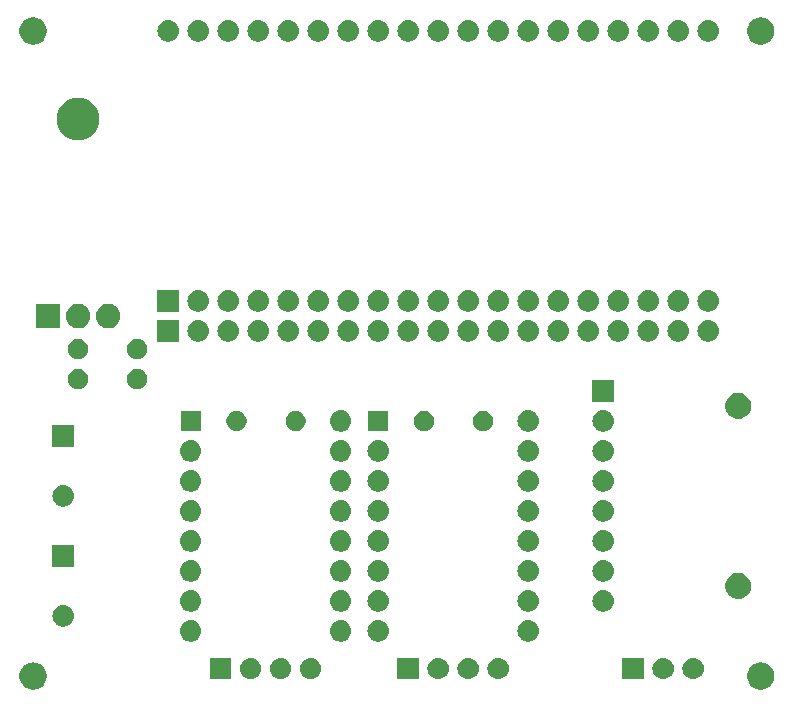
<source format=gbr>
G04 #@! TF.GenerationSoftware,KiCad,Pcbnew,(5.1.2-1)-1*
G04 #@! TF.CreationDate,2019-10-28T15:32:04-04:00*
G04 #@! TF.ProjectId,balancebot,62616c61-6e63-4656-926f-742e6b696361,rev?*
G04 #@! TF.SameCoordinates,Original*
G04 #@! TF.FileFunction,Soldermask,Top*
G04 #@! TF.FilePolarity,Negative*
%FSLAX46Y46*%
G04 Gerber Fmt 4.6, Leading zero omitted, Abs format (unit mm)*
G04 Created by KiCad (PCBNEW (5.1.2-1)-1) date 2019-10-28 15:32:04*
%MOMM*%
%LPD*%
G04 APERTURE LIST*
%ADD10C,0.100000*%
G04 APERTURE END LIST*
D10*
G36*
X19863765Y-30612009D02*
G01*
X20020734Y-30643232D01*
X20230203Y-30729997D01*
X20418720Y-30855960D01*
X20579040Y-31016280D01*
X20705003Y-31204797D01*
X20791768Y-31414266D01*
X20836000Y-31636636D01*
X20836000Y-31863364D01*
X20791768Y-32085734D01*
X20705003Y-32295203D01*
X20579040Y-32483720D01*
X20418720Y-32644040D01*
X20230203Y-32770003D01*
X20020734Y-32856768D01*
X19909549Y-32878884D01*
X19798365Y-32901000D01*
X19571635Y-32901000D01*
X19460451Y-32878884D01*
X19349266Y-32856768D01*
X19139797Y-32770003D01*
X18951280Y-32644040D01*
X18790960Y-32483720D01*
X18664997Y-32295203D01*
X18578232Y-32085734D01*
X18534000Y-31863364D01*
X18534000Y-31636636D01*
X18578232Y-31414266D01*
X18664997Y-31204797D01*
X18790960Y-31016280D01*
X18951280Y-30855960D01*
X19139797Y-30729997D01*
X19349266Y-30643232D01*
X19506235Y-30612009D01*
X19571635Y-30599000D01*
X19798365Y-30599000D01*
X19863765Y-30612009D01*
X19863765Y-30612009D01*
G37*
G36*
X-41731235Y-30612009D02*
G01*
X-41574266Y-30643232D01*
X-41364797Y-30729997D01*
X-41176280Y-30855960D01*
X-41015960Y-31016280D01*
X-40889997Y-31204797D01*
X-40803232Y-31414266D01*
X-40759000Y-31636636D01*
X-40759000Y-31863364D01*
X-40803232Y-32085734D01*
X-40889997Y-32295203D01*
X-41015960Y-32483720D01*
X-41176280Y-32644040D01*
X-41364797Y-32770003D01*
X-41574266Y-32856768D01*
X-41685451Y-32878884D01*
X-41796635Y-32901000D01*
X-42023365Y-32901000D01*
X-42134549Y-32878884D01*
X-42245734Y-32856768D01*
X-42455203Y-32770003D01*
X-42643720Y-32644040D01*
X-42804040Y-32483720D01*
X-42930003Y-32295203D01*
X-43016768Y-32085734D01*
X-43061000Y-31863364D01*
X-43061000Y-31636636D01*
X-43016768Y-31414266D01*
X-42930003Y-31204797D01*
X-42804040Y-31016280D01*
X-42643720Y-30855960D01*
X-42455203Y-30729997D01*
X-42245734Y-30643232D01*
X-42088765Y-30612009D01*
X-42023365Y-30599000D01*
X-41796635Y-30599000D01*
X-41731235Y-30612009D01*
X-41731235Y-30612009D01*
G37*
G36*
X9791000Y-32016000D02*
G01*
X7989000Y-32016000D01*
X7989000Y-30214000D01*
X9791000Y-30214000D01*
X9791000Y-32016000D01*
X9791000Y-32016000D01*
G37*
G36*
X-2429558Y-30220518D02*
G01*
X-2363373Y-30227037D01*
X-2193534Y-30278557D01*
X-2037009Y-30362222D01*
X-2001271Y-30391552D01*
X-1899814Y-30474814D01*
X-1816552Y-30576271D01*
X-1787222Y-30612009D01*
X-1703557Y-30768534D01*
X-1652037Y-30938373D01*
X-1634641Y-31115000D01*
X-1652037Y-31291627D01*
X-1703557Y-31461466D01*
X-1787222Y-31617991D01*
X-1802523Y-31636635D01*
X-1899814Y-31755186D01*
X-2001271Y-31838448D01*
X-2037009Y-31867778D01*
X-2193534Y-31951443D01*
X-2363373Y-32002963D01*
X-2429557Y-32009481D01*
X-2495740Y-32016000D01*
X-2584260Y-32016000D01*
X-2650443Y-32009481D01*
X-2716627Y-32002963D01*
X-2886466Y-31951443D01*
X-3042991Y-31867778D01*
X-3078729Y-31838448D01*
X-3180186Y-31755186D01*
X-3277477Y-31636635D01*
X-3292778Y-31617991D01*
X-3376443Y-31461466D01*
X-3427963Y-31291627D01*
X-3445359Y-31115000D01*
X-3427963Y-30938373D01*
X-3376443Y-30768534D01*
X-3292778Y-30612009D01*
X-3263448Y-30576271D01*
X-3180186Y-30474814D01*
X-3078729Y-30391552D01*
X-3042991Y-30362222D01*
X-2886466Y-30278557D01*
X-2716627Y-30227037D01*
X-2650442Y-30220518D01*
X-2584260Y-30214000D01*
X-2495740Y-30214000D01*
X-2429558Y-30220518D01*
X-2429558Y-30220518D01*
G37*
G36*
X-4969558Y-30220518D02*
G01*
X-4903373Y-30227037D01*
X-4733534Y-30278557D01*
X-4577009Y-30362222D01*
X-4541271Y-30391552D01*
X-4439814Y-30474814D01*
X-4356552Y-30576271D01*
X-4327222Y-30612009D01*
X-4243557Y-30768534D01*
X-4192037Y-30938373D01*
X-4174641Y-31115000D01*
X-4192037Y-31291627D01*
X-4243557Y-31461466D01*
X-4327222Y-31617991D01*
X-4342523Y-31636635D01*
X-4439814Y-31755186D01*
X-4541271Y-31838448D01*
X-4577009Y-31867778D01*
X-4733534Y-31951443D01*
X-4903373Y-32002963D01*
X-4969557Y-32009481D01*
X-5035740Y-32016000D01*
X-5124260Y-32016000D01*
X-5190443Y-32009481D01*
X-5256627Y-32002963D01*
X-5426466Y-31951443D01*
X-5582991Y-31867778D01*
X-5618729Y-31838448D01*
X-5720186Y-31755186D01*
X-5817477Y-31636635D01*
X-5832778Y-31617991D01*
X-5916443Y-31461466D01*
X-5967963Y-31291627D01*
X-5985359Y-31115000D01*
X-5967963Y-30938373D01*
X-5916443Y-30768534D01*
X-5832778Y-30612009D01*
X-5803448Y-30576271D01*
X-5720186Y-30474814D01*
X-5618729Y-30391552D01*
X-5582991Y-30362222D01*
X-5426466Y-30278557D01*
X-5256627Y-30227037D01*
X-5190442Y-30220518D01*
X-5124260Y-30214000D01*
X-5035740Y-30214000D01*
X-4969558Y-30220518D01*
X-4969558Y-30220518D01*
G37*
G36*
X-7509558Y-30220518D02*
G01*
X-7443373Y-30227037D01*
X-7273534Y-30278557D01*
X-7117009Y-30362222D01*
X-7081271Y-30391552D01*
X-6979814Y-30474814D01*
X-6896552Y-30576271D01*
X-6867222Y-30612009D01*
X-6783557Y-30768534D01*
X-6732037Y-30938373D01*
X-6714641Y-31115000D01*
X-6732037Y-31291627D01*
X-6783557Y-31461466D01*
X-6867222Y-31617991D01*
X-6882523Y-31636635D01*
X-6979814Y-31755186D01*
X-7081271Y-31838448D01*
X-7117009Y-31867778D01*
X-7273534Y-31951443D01*
X-7443373Y-32002963D01*
X-7509557Y-32009481D01*
X-7575740Y-32016000D01*
X-7664260Y-32016000D01*
X-7730443Y-32009481D01*
X-7796627Y-32002963D01*
X-7966466Y-31951443D01*
X-8122991Y-31867778D01*
X-8158729Y-31838448D01*
X-8260186Y-31755186D01*
X-8357477Y-31636635D01*
X-8372778Y-31617991D01*
X-8456443Y-31461466D01*
X-8507963Y-31291627D01*
X-8525359Y-31115000D01*
X-8507963Y-30938373D01*
X-8456443Y-30768534D01*
X-8372778Y-30612009D01*
X-8343448Y-30576271D01*
X-8260186Y-30474814D01*
X-8158729Y-30391552D01*
X-8122991Y-30362222D01*
X-7966466Y-30278557D01*
X-7796627Y-30227037D01*
X-7730442Y-30220518D01*
X-7664260Y-30214000D01*
X-7575740Y-30214000D01*
X-7509558Y-30220518D01*
X-7509558Y-30220518D01*
G37*
G36*
X-9259000Y-32016000D02*
G01*
X-11061000Y-32016000D01*
X-11061000Y-30214000D01*
X-9259000Y-30214000D01*
X-9259000Y-32016000D01*
X-9259000Y-32016000D01*
G37*
G36*
X-18304558Y-30220518D02*
G01*
X-18238373Y-30227037D01*
X-18068534Y-30278557D01*
X-17912009Y-30362222D01*
X-17876271Y-30391552D01*
X-17774814Y-30474814D01*
X-17691552Y-30576271D01*
X-17662222Y-30612009D01*
X-17578557Y-30768534D01*
X-17527037Y-30938373D01*
X-17509641Y-31115000D01*
X-17527037Y-31291627D01*
X-17578557Y-31461466D01*
X-17662222Y-31617991D01*
X-17677523Y-31636635D01*
X-17774814Y-31755186D01*
X-17876271Y-31838448D01*
X-17912009Y-31867778D01*
X-18068534Y-31951443D01*
X-18238373Y-32002963D01*
X-18304557Y-32009481D01*
X-18370740Y-32016000D01*
X-18459260Y-32016000D01*
X-18525443Y-32009481D01*
X-18591627Y-32002963D01*
X-18761466Y-31951443D01*
X-18917991Y-31867778D01*
X-18953729Y-31838448D01*
X-19055186Y-31755186D01*
X-19152477Y-31636635D01*
X-19167778Y-31617991D01*
X-19251443Y-31461466D01*
X-19302963Y-31291627D01*
X-19320359Y-31115000D01*
X-19302963Y-30938373D01*
X-19251443Y-30768534D01*
X-19167778Y-30612009D01*
X-19138448Y-30576271D01*
X-19055186Y-30474814D01*
X-18953729Y-30391552D01*
X-18917991Y-30362222D01*
X-18761466Y-30278557D01*
X-18591627Y-30227037D01*
X-18525442Y-30220518D01*
X-18459260Y-30214000D01*
X-18370740Y-30214000D01*
X-18304558Y-30220518D01*
X-18304558Y-30220518D01*
G37*
G36*
X-20844558Y-30220518D02*
G01*
X-20778373Y-30227037D01*
X-20608534Y-30278557D01*
X-20452009Y-30362222D01*
X-20416271Y-30391552D01*
X-20314814Y-30474814D01*
X-20231552Y-30576271D01*
X-20202222Y-30612009D01*
X-20118557Y-30768534D01*
X-20067037Y-30938373D01*
X-20049641Y-31115000D01*
X-20067037Y-31291627D01*
X-20118557Y-31461466D01*
X-20202222Y-31617991D01*
X-20217523Y-31636635D01*
X-20314814Y-31755186D01*
X-20416271Y-31838448D01*
X-20452009Y-31867778D01*
X-20608534Y-31951443D01*
X-20778373Y-32002963D01*
X-20844557Y-32009481D01*
X-20910740Y-32016000D01*
X-20999260Y-32016000D01*
X-21065443Y-32009481D01*
X-21131627Y-32002963D01*
X-21301466Y-31951443D01*
X-21457991Y-31867778D01*
X-21493729Y-31838448D01*
X-21595186Y-31755186D01*
X-21692477Y-31636635D01*
X-21707778Y-31617991D01*
X-21791443Y-31461466D01*
X-21842963Y-31291627D01*
X-21860359Y-31115000D01*
X-21842963Y-30938373D01*
X-21791443Y-30768534D01*
X-21707778Y-30612009D01*
X-21678448Y-30576271D01*
X-21595186Y-30474814D01*
X-21493729Y-30391552D01*
X-21457991Y-30362222D01*
X-21301466Y-30278557D01*
X-21131627Y-30227037D01*
X-21065442Y-30220518D01*
X-20999260Y-30214000D01*
X-20910740Y-30214000D01*
X-20844558Y-30220518D01*
X-20844558Y-30220518D01*
G37*
G36*
X-23384558Y-30220518D02*
G01*
X-23318373Y-30227037D01*
X-23148534Y-30278557D01*
X-22992009Y-30362222D01*
X-22956271Y-30391552D01*
X-22854814Y-30474814D01*
X-22771552Y-30576271D01*
X-22742222Y-30612009D01*
X-22658557Y-30768534D01*
X-22607037Y-30938373D01*
X-22589641Y-31115000D01*
X-22607037Y-31291627D01*
X-22658557Y-31461466D01*
X-22742222Y-31617991D01*
X-22757523Y-31636635D01*
X-22854814Y-31755186D01*
X-22956271Y-31838448D01*
X-22992009Y-31867778D01*
X-23148534Y-31951443D01*
X-23318373Y-32002963D01*
X-23384557Y-32009481D01*
X-23450740Y-32016000D01*
X-23539260Y-32016000D01*
X-23605443Y-32009481D01*
X-23671627Y-32002963D01*
X-23841466Y-31951443D01*
X-23997991Y-31867778D01*
X-24033729Y-31838448D01*
X-24135186Y-31755186D01*
X-24232477Y-31636635D01*
X-24247778Y-31617991D01*
X-24331443Y-31461466D01*
X-24382963Y-31291627D01*
X-24400359Y-31115000D01*
X-24382963Y-30938373D01*
X-24331443Y-30768534D01*
X-24247778Y-30612009D01*
X-24218448Y-30576271D01*
X-24135186Y-30474814D01*
X-24033729Y-30391552D01*
X-23997991Y-30362222D01*
X-23841466Y-30278557D01*
X-23671627Y-30227037D01*
X-23605442Y-30220518D01*
X-23539260Y-30214000D01*
X-23450740Y-30214000D01*
X-23384558Y-30220518D01*
X-23384558Y-30220518D01*
G37*
G36*
X-25134000Y-32016000D02*
G01*
X-26936000Y-32016000D01*
X-26936000Y-30214000D01*
X-25134000Y-30214000D01*
X-25134000Y-32016000D01*
X-25134000Y-32016000D01*
G37*
G36*
X14080442Y-30220518D02*
G01*
X14146627Y-30227037D01*
X14316466Y-30278557D01*
X14472991Y-30362222D01*
X14508729Y-30391552D01*
X14610186Y-30474814D01*
X14693448Y-30576271D01*
X14722778Y-30612009D01*
X14806443Y-30768534D01*
X14857963Y-30938373D01*
X14875359Y-31115000D01*
X14857963Y-31291627D01*
X14806443Y-31461466D01*
X14722778Y-31617991D01*
X14707477Y-31636635D01*
X14610186Y-31755186D01*
X14508729Y-31838448D01*
X14472991Y-31867778D01*
X14316466Y-31951443D01*
X14146627Y-32002963D01*
X14080443Y-32009481D01*
X14014260Y-32016000D01*
X13925740Y-32016000D01*
X13859557Y-32009481D01*
X13793373Y-32002963D01*
X13623534Y-31951443D01*
X13467009Y-31867778D01*
X13431271Y-31838448D01*
X13329814Y-31755186D01*
X13232523Y-31636635D01*
X13217222Y-31617991D01*
X13133557Y-31461466D01*
X13082037Y-31291627D01*
X13064641Y-31115000D01*
X13082037Y-30938373D01*
X13133557Y-30768534D01*
X13217222Y-30612009D01*
X13246552Y-30576271D01*
X13329814Y-30474814D01*
X13431271Y-30391552D01*
X13467009Y-30362222D01*
X13623534Y-30278557D01*
X13793373Y-30227037D01*
X13859558Y-30220518D01*
X13925740Y-30214000D01*
X14014260Y-30214000D01*
X14080442Y-30220518D01*
X14080442Y-30220518D01*
G37*
G36*
X11540442Y-30220518D02*
G01*
X11606627Y-30227037D01*
X11776466Y-30278557D01*
X11932991Y-30362222D01*
X11968729Y-30391552D01*
X12070186Y-30474814D01*
X12153448Y-30576271D01*
X12182778Y-30612009D01*
X12266443Y-30768534D01*
X12317963Y-30938373D01*
X12335359Y-31115000D01*
X12317963Y-31291627D01*
X12266443Y-31461466D01*
X12182778Y-31617991D01*
X12167477Y-31636635D01*
X12070186Y-31755186D01*
X11968729Y-31838448D01*
X11932991Y-31867778D01*
X11776466Y-31951443D01*
X11606627Y-32002963D01*
X11540443Y-32009481D01*
X11474260Y-32016000D01*
X11385740Y-32016000D01*
X11319557Y-32009481D01*
X11253373Y-32002963D01*
X11083534Y-31951443D01*
X10927009Y-31867778D01*
X10891271Y-31838448D01*
X10789814Y-31755186D01*
X10692523Y-31636635D01*
X10677222Y-31617991D01*
X10593557Y-31461466D01*
X10542037Y-31291627D01*
X10524641Y-31115000D01*
X10542037Y-30938373D01*
X10593557Y-30768534D01*
X10677222Y-30612009D01*
X10706552Y-30576271D01*
X10789814Y-30474814D01*
X10891271Y-30391552D01*
X10927009Y-30362222D01*
X11083534Y-30278557D01*
X11253373Y-30227037D01*
X11319558Y-30220518D01*
X11385740Y-30214000D01*
X11474260Y-30214000D01*
X11540442Y-30220518D01*
X11540442Y-30220518D01*
G37*
G36*
X-28464557Y-27045519D02*
G01*
X-28398373Y-27052037D01*
X-28228534Y-27103557D01*
X-28072009Y-27187222D01*
X-28036271Y-27216552D01*
X-27934814Y-27299814D01*
X-27851552Y-27401271D01*
X-27822222Y-27437009D01*
X-27738557Y-27593534D01*
X-27687037Y-27763373D01*
X-27669641Y-27940000D01*
X-27687037Y-28116627D01*
X-27738557Y-28286466D01*
X-27822222Y-28442991D01*
X-27851552Y-28478729D01*
X-27934814Y-28580186D01*
X-28036271Y-28663448D01*
X-28072009Y-28692778D01*
X-28228534Y-28776443D01*
X-28398373Y-28827963D01*
X-28464558Y-28834482D01*
X-28530740Y-28841000D01*
X-28619260Y-28841000D01*
X-28685442Y-28834482D01*
X-28751627Y-28827963D01*
X-28921466Y-28776443D01*
X-29077991Y-28692778D01*
X-29113729Y-28663448D01*
X-29215186Y-28580186D01*
X-29298448Y-28478729D01*
X-29327778Y-28442991D01*
X-29411443Y-28286466D01*
X-29462963Y-28116627D01*
X-29480359Y-27940000D01*
X-29462963Y-27763373D01*
X-29411443Y-27593534D01*
X-29327778Y-27437009D01*
X-29298448Y-27401271D01*
X-29215186Y-27299814D01*
X-29113729Y-27216552D01*
X-29077991Y-27187222D01*
X-28921466Y-27103557D01*
X-28751627Y-27052037D01*
X-28685443Y-27045519D01*
X-28619260Y-27039000D01*
X-28530740Y-27039000D01*
X-28464557Y-27045519D01*
X-28464557Y-27045519D01*
G37*
G36*
X-15764557Y-27045519D02*
G01*
X-15698373Y-27052037D01*
X-15528534Y-27103557D01*
X-15372009Y-27187222D01*
X-15336271Y-27216552D01*
X-15234814Y-27299814D01*
X-15151552Y-27401271D01*
X-15122222Y-27437009D01*
X-15038557Y-27593534D01*
X-14987037Y-27763373D01*
X-14969641Y-27940000D01*
X-14987037Y-28116627D01*
X-15038557Y-28286466D01*
X-15122222Y-28442991D01*
X-15151552Y-28478729D01*
X-15234814Y-28580186D01*
X-15336271Y-28663448D01*
X-15372009Y-28692778D01*
X-15528534Y-28776443D01*
X-15698373Y-28827963D01*
X-15764558Y-28834482D01*
X-15830740Y-28841000D01*
X-15919260Y-28841000D01*
X-15985442Y-28834482D01*
X-16051627Y-28827963D01*
X-16221466Y-28776443D01*
X-16377991Y-28692778D01*
X-16413729Y-28663448D01*
X-16515186Y-28580186D01*
X-16598448Y-28478729D01*
X-16627778Y-28442991D01*
X-16711443Y-28286466D01*
X-16762963Y-28116627D01*
X-16780359Y-27940000D01*
X-16762963Y-27763373D01*
X-16711443Y-27593534D01*
X-16627778Y-27437009D01*
X-16598448Y-27401271D01*
X-16515186Y-27299814D01*
X-16413729Y-27216552D01*
X-16377991Y-27187222D01*
X-16221466Y-27103557D01*
X-16051627Y-27052037D01*
X-15985443Y-27045519D01*
X-15919260Y-27039000D01*
X-15830740Y-27039000D01*
X-15764557Y-27045519D01*
X-15764557Y-27045519D01*
G37*
G36*
X-12589557Y-27045519D02*
G01*
X-12523373Y-27052037D01*
X-12353534Y-27103557D01*
X-12197009Y-27187222D01*
X-12161271Y-27216552D01*
X-12059814Y-27299814D01*
X-11976552Y-27401271D01*
X-11947222Y-27437009D01*
X-11863557Y-27593534D01*
X-11812037Y-27763373D01*
X-11794641Y-27940000D01*
X-11812037Y-28116627D01*
X-11863557Y-28286466D01*
X-11947222Y-28442991D01*
X-11976552Y-28478729D01*
X-12059814Y-28580186D01*
X-12161271Y-28663448D01*
X-12197009Y-28692778D01*
X-12353534Y-28776443D01*
X-12523373Y-28827963D01*
X-12589558Y-28834482D01*
X-12655740Y-28841000D01*
X-12744260Y-28841000D01*
X-12810442Y-28834482D01*
X-12876627Y-28827963D01*
X-13046466Y-28776443D01*
X-13202991Y-28692778D01*
X-13238729Y-28663448D01*
X-13340186Y-28580186D01*
X-13423448Y-28478729D01*
X-13452778Y-28442991D01*
X-13536443Y-28286466D01*
X-13587963Y-28116627D01*
X-13605359Y-27940000D01*
X-13587963Y-27763373D01*
X-13536443Y-27593534D01*
X-13452778Y-27437009D01*
X-13423448Y-27401271D01*
X-13340186Y-27299814D01*
X-13238729Y-27216552D01*
X-13202991Y-27187222D01*
X-13046466Y-27103557D01*
X-12876627Y-27052037D01*
X-12810443Y-27045519D01*
X-12744260Y-27039000D01*
X-12655740Y-27039000D01*
X-12589557Y-27045519D01*
X-12589557Y-27045519D01*
G37*
G36*
X110443Y-27045519D02*
G01*
X176627Y-27052037D01*
X346466Y-27103557D01*
X502991Y-27187222D01*
X538729Y-27216552D01*
X640186Y-27299814D01*
X723448Y-27401271D01*
X752778Y-27437009D01*
X836443Y-27593534D01*
X887963Y-27763373D01*
X905359Y-27940000D01*
X887963Y-28116627D01*
X836443Y-28286466D01*
X752778Y-28442991D01*
X723448Y-28478729D01*
X640186Y-28580186D01*
X538729Y-28663448D01*
X502991Y-28692778D01*
X346466Y-28776443D01*
X176627Y-28827963D01*
X110442Y-28834482D01*
X44260Y-28841000D01*
X-44260Y-28841000D01*
X-110442Y-28834482D01*
X-176627Y-28827963D01*
X-346466Y-28776443D01*
X-502991Y-28692778D01*
X-538729Y-28663448D01*
X-640186Y-28580186D01*
X-723448Y-28478729D01*
X-752778Y-28442991D01*
X-836443Y-28286466D01*
X-887963Y-28116627D01*
X-905359Y-27940000D01*
X-887963Y-27763373D01*
X-836443Y-27593534D01*
X-752778Y-27437009D01*
X-723448Y-27401271D01*
X-640186Y-27299814D01*
X-538729Y-27216552D01*
X-502991Y-27187222D01*
X-346466Y-27103557D01*
X-176627Y-27052037D01*
X-110443Y-27045519D01*
X-44260Y-27039000D01*
X44260Y-27039000D01*
X110443Y-27045519D01*
X110443Y-27045519D01*
G37*
G36*
X-39259557Y-25775519D02*
G01*
X-39193373Y-25782037D01*
X-39023534Y-25833557D01*
X-38867009Y-25917222D01*
X-38831271Y-25946552D01*
X-38729814Y-26029814D01*
X-38646552Y-26131271D01*
X-38617222Y-26167009D01*
X-38533557Y-26323534D01*
X-38482037Y-26493373D01*
X-38464641Y-26670000D01*
X-38482037Y-26846627D01*
X-38533557Y-27016466D01*
X-38617222Y-27172991D01*
X-38646552Y-27208729D01*
X-38729814Y-27310186D01*
X-38831271Y-27393448D01*
X-38867009Y-27422778D01*
X-39023534Y-27506443D01*
X-39193373Y-27557963D01*
X-39259558Y-27564482D01*
X-39325740Y-27571000D01*
X-39414260Y-27571000D01*
X-39480442Y-27564482D01*
X-39546627Y-27557963D01*
X-39716466Y-27506443D01*
X-39872991Y-27422778D01*
X-39908729Y-27393448D01*
X-40010186Y-27310186D01*
X-40093448Y-27208729D01*
X-40122778Y-27172991D01*
X-40206443Y-27016466D01*
X-40257963Y-26846627D01*
X-40275359Y-26670000D01*
X-40257963Y-26493373D01*
X-40206443Y-26323534D01*
X-40122778Y-26167009D01*
X-40093448Y-26131271D01*
X-40010186Y-26029814D01*
X-39908729Y-25946552D01*
X-39872991Y-25917222D01*
X-39716466Y-25833557D01*
X-39546627Y-25782037D01*
X-39480442Y-25775518D01*
X-39414260Y-25769000D01*
X-39325740Y-25769000D01*
X-39259557Y-25775519D01*
X-39259557Y-25775519D01*
G37*
G36*
X-28464557Y-24505519D02*
G01*
X-28398373Y-24512037D01*
X-28228534Y-24563557D01*
X-28072009Y-24647222D01*
X-28036271Y-24676552D01*
X-27934814Y-24759814D01*
X-27875700Y-24831846D01*
X-27822222Y-24897009D01*
X-27738557Y-25053534D01*
X-27687037Y-25223373D01*
X-27669641Y-25400000D01*
X-27687037Y-25576627D01*
X-27738557Y-25746466D01*
X-27822222Y-25902991D01*
X-27851552Y-25938729D01*
X-27934814Y-26040186D01*
X-28036271Y-26123448D01*
X-28072009Y-26152778D01*
X-28228534Y-26236443D01*
X-28398373Y-26287963D01*
X-28464557Y-26294481D01*
X-28530740Y-26301000D01*
X-28619260Y-26301000D01*
X-28685443Y-26294481D01*
X-28751627Y-26287963D01*
X-28921466Y-26236443D01*
X-29077991Y-26152778D01*
X-29113729Y-26123448D01*
X-29215186Y-26040186D01*
X-29298448Y-25938729D01*
X-29327778Y-25902991D01*
X-29411443Y-25746466D01*
X-29462963Y-25576627D01*
X-29480359Y-25400000D01*
X-29462963Y-25223373D01*
X-29411443Y-25053534D01*
X-29327778Y-24897009D01*
X-29274300Y-24831846D01*
X-29215186Y-24759814D01*
X-29113729Y-24676552D01*
X-29077991Y-24647222D01*
X-28921466Y-24563557D01*
X-28751627Y-24512037D01*
X-28685442Y-24505518D01*
X-28619260Y-24499000D01*
X-28530740Y-24499000D01*
X-28464557Y-24505519D01*
X-28464557Y-24505519D01*
G37*
G36*
X-15764558Y-24505518D02*
G01*
X-15698373Y-24512037D01*
X-15528534Y-24563557D01*
X-15372009Y-24647222D01*
X-15336271Y-24676552D01*
X-15234814Y-24759814D01*
X-15175700Y-24831846D01*
X-15122222Y-24897009D01*
X-15038557Y-25053534D01*
X-14987037Y-25223373D01*
X-14969641Y-25400000D01*
X-14987037Y-25576627D01*
X-15038557Y-25746466D01*
X-15122222Y-25902991D01*
X-15151552Y-25938729D01*
X-15234814Y-26040186D01*
X-15336271Y-26123448D01*
X-15372009Y-26152778D01*
X-15528534Y-26236443D01*
X-15698373Y-26287963D01*
X-15764557Y-26294481D01*
X-15830740Y-26301000D01*
X-15919260Y-26301000D01*
X-15985443Y-26294481D01*
X-16051627Y-26287963D01*
X-16221466Y-26236443D01*
X-16377991Y-26152778D01*
X-16413729Y-26123448D01*
X-16515186Y-26040186D01*
X-16598448Y-25938729D01*
X-16627778Y-25902991D01*
X-16711443Y-25746466D01*
X-16762963Y-25576627D01*
X-16780359Y-25400000D01*
X-16762963Y-25223373D01*
X-16711443Y-25053534D01*
X-16627778Y-24897009D01*
X-16574300Y-24831846D01*
X-16515186Y-24759814D01*
X-16413729Y-24676552D01*
X-16377991Y-24647222D01*
X-16221466Y-24563557D01*
X-16051627Y-24512037D01*
X-15985442Y-24505518D01*
X-15919260Y-24499000D01*
X-15830740Y-24499000D01*
X-15764558Y-24505518D01*
X-15764558Y-24505518D01*
G37*
G36*
X-12589558Y-24505518D02*
G01*
X-12523373Y-24512037D01*
X-12353534Y-24563557D01*
X-12197009Y-24647222D01*
X-12161271Y-24676552D01*
X-12059814Y-24759814D01*
X-12000700Y-24831846D01*
X-11947222Y-24897009D01*
X-11863557Y-25053534D01*
X-11812037Y-25223373D01*
X-11794641Y-25400000D01*
X-11812037Y-25576627D01*
X-11863557Y-25746466D01*
X-11947222Y-25902991D01*
X-11976552Y-25938729D01*
X-12059814Y-26040186D01*
X-12161271Y-26123448D01*
X-12197009Y-26152778D01*
X-12353534Y-26236443D01*
X-12523373Y-26287963D01*
X-12589557Y-26294481D01*
X-12655740Y-26301000D01*
X-12744260Y-26301000D01*
X-12810443Y-26294481D01*
X-12876627Y-26287963D01*
X-13046466Y-26236443D01*
X-13202991Y-26152778D01*
X-13238729Y-26123448D01*
X-13340186Y-26040186D01*
X-13423448Y-25938729D01*
X-13452778Y-25902991D01*
X-13536443Y-25746466D01*
X-13587963Y-25576627D01*
X-13605359Y-25400000D01*
X-13587963Y-25223373D01*
X-13536443Y-25053534D01*
X-13452778Y-24897009D01*
X-13399300Y-24831846D01*
X-13340186Y-24759814D01*
X-13238729Y-24676552D01*
X-13202991Y-24647222D01*
X-13046466Y-24563557D01*
X-12876627Y-24512037D01*
X-12810442Y-24505518D01*
X-12744260Y-24499000D01*
X-12655740Y-24499000D01*
X-12589558Y-24505518D01*
X-12589558Y-24505518D01*
G37*
G36*
X110442Y-24505518D02*
G01*
X176627Y-24512037D01*
X346466Y-24563557D01*
X502991Y-24647222D01*
X538729Y-24676552D01*
X640186Y-24759814D01*
X699300Y-24831846D01*
X752778Y-24897009D01*
X836443Y-25053534D01*
X887963Y-25223373D01*
X905359Y-25400000D01*
X887963Y-25576627D01*
X836443Y-25746466D01*
X752778Y-25902991D01*
X723448Y-25938729D01*
X640186Y-26040186D01*
X538729Y-26123448D01*
X502991Y-26152778D01*
X346466Y-26236443D01*
X176627Y-26287963D01*
X110443Y-26294481D01*
X44260Y-26301000D01*
X-44260Y-26301000D01*
X-110443Y-26294481D01*
X-176627Y-26287963D01*
X-346466Y-26236443D01*
X-502991Y-26152778D01*
X-538729Y-26123448D01*
X-640186Y-26040186D01*
X-723448Y-25938729D01*
X-752778Y-25902991D01*
X-836443Y-25746466D01*
X-887963Y-25576627D01*
X-905359Y-25400000D01*
X-887963Y-25223373D01*
X-836443Y-25053534D01*
X-752778Y-24897009D01*
X-699300Y-24831846D01*
X-640186Y-24759814D01*
X-538729Y-24676552D01*
X-502991Y-24647222D01*
X-346466Y-24563557D01*
X-176627Y-24512037D01*
X-110442Y-24505518D01*
X-44260Y-24499000D01*
X44260Y-24499000D01*
X110442Y-24505518D01*
X110442Y-24505518D01*
G37*
G36*
X6460442Y-24505518D02*
G01*
X6526627Y-24512037D01*
X6696466Y-24563557D01*
X6852991Y-24647222D01*
X6888729Y-24676552D01*
X6990186Y-24759814D01*
X7049300Y-24831846D01*
X7102778Y-24897009D01*
X7186443Y-25053534D01*
X7237963Y-25223373D01*
X7255359Y-25400000D01*
X7237963Y-25576627D01*
X7186443Y-25746466D01*
X7102778Y-25902991D01*
X7073448Y-25938729D01*
X6990186Y-26040186D01*
X6888729Y-26123448D01*
X6852991Y-26152778D01*
X6696466Y-26236443D01*
X6526627Y-26287963D01*
X6460443Y-26294481D01*
X6394260Y-26301000D01*
X6305740Y-26301000D01*
X6239557Y-26294481D01*
X6173373Y-26287963D01*
X6003534Y-26236443D01*
X5847009Y-26152778D01*
X5811271Y-26123448D01*
X5709814Y-26040186D01*
X5626552Y-25938729D01*
X5597222Y-25902991D01*
X5513557Y-25746466D01*
X5462037Y-25576627D01*
X5444641Y-25400000D01*
X5462037Y-25223373D01*
X5513557Y-25053534D01*
X5597222Y-24897009D01*
X5650700Y-24831846D01*
X5709814Y-24759814D01*
X5811271Y-24676552D01*
X5847009Y-24647222D01*
X6003534Y-24563557D01*
X6173373Y-24512037D01*
X6239558Y-24505518D01*
X6305740Y-24499000D01*
X6394260Y-24499000D01*
X6460442Y-24505518D01*
X6460442Y-24505518D01*
G37*
G36*
X17994794Y-23050155D02*
G01*
X18101150Y-23071311D01*
X18301520Y-23154307D01*
X18481844Y-23274795D01*
X18635205Y-23428156D01*
X18755693Y-23608480D01*
X18792128Y-23696442D01*
X18838689Y-23808850D01*
X18881000Y-24021561D01*
X18881000Y-24238439D01*
X18838689Y-24451150D01*
X18797191Y-24551334D01*
X18755693Y-24651520D01*
X18635205Y-24831844D01*
X18481844Y-24985205D01*
X18301520Y-25105693D01*
X18201334Y-25147191D01*
X18101150Y-25188689D01*
X17994794Y-25209845D01*
X17888440Y-25231000D01*
X17671560Y-25231000D01*
X17565206Y-25209845D01*
X17458850Y-25188689D01*
X17358666Y-25147191D01*
X17258480Y-25105693D01*
X17078156Y-24985205D01*
X16924795Y-24831844D01*
X16804307Y-24651520D01*
X16762809Y-24551334D01*
X16721311Y-24451150D01*
X16679000Y-24238439D01*
X16679000Y-24021561D01*
X16721311Y-23808850D01*
X16767872Y-23696442D01*
X16804307Y-23608480D01*
X16924795Y-23428156D01*
X17078156Y-23274795D01*
X17258480Y-23154307D01*
X17458850Y-23071311D01*
X17565206Y-23050155D01*
X17671560Y-23029000D01*
X17888440Y-23029000D01*
X17994794Y-23050155D01*
X17994794Y-23050155D01*
G37*
G36*
X6460443Y-21965519D02*
G01*
X6526627Y-21972037D01*
X6696466Y-22023557D01*
X6852991Y-22107222D01*
X6888729Y-22136552D01*
X6990186Y-22219814D01*
X7073448Y-22321271D01*
X7102778Y-22357009D01*
X7186443Y-22513534D01*
X7237963Y-22683373D01*
X7255359Y-22860000D01*
X7237963Y-23036627D01*
X7186443Y-23206466D01*
X7102778Y-23362991D01*
X7073448Y-23398729D01*
X6990186Y-23500186D01*
X6888729Y-23583448D01*
X6852991Y-23612778D01*
X6696466Y-23696443D01*
X6526627Y-23747963D01*
X6460442Y-23754482D01*
X6394260Y-23761000D01*
X6305740Y-23761000D01*
X6239558Y-23754482D01*
X6173373Y-23747963D01*
X6003534Y-23696443D01*
X5847009Y-23612778D01*
X5811271Y-23583448D01*
X5709814Y-23500186D01*
X5626552Y-23398729D01*
X5597222Y-23362991D01*
X5513557Y-23206466D01*
X5462037Y-23036627D01*
X5444641Y-22860000D01*
X5462037Y-22683373D01*
X5513557Y-22513534D01*
X5597222Y-22357009D01*
X5626552Y-22321271D01*
X5709814Y-22219814D01*
X5811271Y-22136552D01*
X5847009Y-22107222D01*
X6003534Y-22023557D01*
X6173373Y-21972037D01*
X6239557Y-21965519D01*
X6305740Y-21959000D01*
X6394260Y-21959000D01*
X6460443Y-21965519D01*
X6460443Y-21965519D01*
G37*
G36*
X110443Y-21965519D02*
G01*
X176627Y-21972037D01*
X346466Y-22023557D01*
X502991Y-22107222D01*
X538729Y-22136552D01*
X640186Y-22219814D01*
X723448Y-22321271D01*
X752778Y-22357009D01*
X836443Y-22513534D01*
X887963Y-22683373D01*
X905359Y-22860000D01*
X887963Y-23036627D01*
X836443Y-23206466D01*
X752778Y-23362991D01*
X723448Y-23398729D01*
X640186Y-23500186D01*
X538729Y-23583448D01*
X502991Y-23612778D01*
X346466Y-23696443D01*
X176627Y-23747963D01*
X110442Y-23754482D01*
X44260Y-23761000D01*
X-44260Y-23761000D01*
X-110442Y-23754482D01*
X-176627Y-23747963D01*
X-346466Y-23696443D01*
X-502991Y-23612778D01*
X-538729Y-23583448D01*
X-640186Y-23500186D01*
X-723448Y-23398729D01*
X-752778Y-23362991D01*
X-836443Y-23206466D01*
X-887963Y-23036627D01*
X-905359Y-22860000D01*
X-887963Y-22683373D01*
X-836443Y-22513534D01*
X-752778Y-22357009D01*
X-723448Y-22321271D01*
X-640186Y-22219814D01*
X-538729Y-22136552D01*
X-502991Y-22107222D01*
X-346466Y-22023557D01*
X-176627Y-21972037D01*
X-110443Y-21965519D01*
X-44260Y-21959000D01*
X44260Y-21959000D01*
X110443Y-21965519D01*
X110443Y-21965519D01*
G37*
G36*
X-12589557Y-21965519D02*
G01*
X-12523373Y-21972037D01*
X-12353534Y-22023557D01*
X-12197009Y-22107222D01*
X-12161271Y-22136552D01*
X-12059814Y-22219814D01*
X-11976552Y-22321271D01*
X-11947222Y-22357009D01*
X-11863557Y-22513534D01*
X-11812037Y-22683373D01*
X-11794641Y-22860000D01*
X-11812037Y-23036627D01*
X-11863557Y-23206466D01*
X-11947222Y-23362991D01*
X-11976552Y-23398729D01*
X-12059814Y-23500186D01*
X-12161271Y-23583448D01*
X-12197009Y-23612778D01*
X-12353534Y-23696443D01*
X-12523373Y-23747963D01*
X-12589558Y-23754482D01*
X-12655740Y-23761000D01*
X-12744260Y-23761000D01*
X-12810442Y-23754482D01*
X-12876627Y-23747963D01*
X-13046466Y-23696443D01*
X-13202991Y-23612778D01*
X-13238729Y-23583448D01*
X-13340186Y-23500186D01*
X-13423448Y-23398729D01*
X-13452778Y-23362991D01*
X-13536443Y-23206466D01*
X-13587963Y-23036627D01*
X-13605359Y-22860000D01*
X-13587963Y-22683373D01*
X-13536443Y-22513534D01*
X-13452778Y-22357009D01*
X-13423448Y-22321271D01*
X-13340186Y-22219814D01*
X-13238729Y-22136552D01*
X-13202991Y-22107222D01*
X-13046466Y-22023557D01*
X-12876627Y-21972037D01*
X-12810443Y-21965519D01*
X-12744260Y-21959000D01*
X-12655740Y-21959000D01*
X-12589557Y-21965519D01*
X-12589557Y-21965519D01*
G37*
G36*
X-15764557Y-21965519D02*
G01*
X-15698373Y-21972037D01*
X-15528534Y-22023557D01*
X-15372009Y-22107222D01*
X-15336271Y-22136552D01*
X-15234814Y-22219814D01*
X-15151552Y-22321271D01*
X-15122222Y-22357009D01*
X-15038557Y-22513534D01*
X-14987037Y-22683373D01*
X-14969641Y-22860000D01*
X-14987037Y-23036627D01*
X-15038557Y-23206466D01*
X-15122222Y-23362991D01*
X-15151552Y-23398729D01*
X-15234814Y-23500186D01*
X-15336271Y-23583448D01*
X-15372009Y-23612778D01*
X-15528534Y-23696443D01*
X-15698373Y-23747963D01*
X-15764558Y-23754482D01*
X-15830740Y-23761000D01*
X-15919260Y-23761000D01*
X-15985442Y-23754482D01*
X-16051627Y-23747963D01*
X-16221466Y-23696443D01*
X-16377991Y-23612778D01*
X-16413729Y-23583448D01*
X-16515186Y-23500186D01*
X-16598448Y-23398729D01*
X-16627778Y-23362991D01*
X-16711443Y-23206466D01*
X-16762963Y-23036627D01*
X-16780359Y-22860000D01*
X-16762963Y-22683373D01*
X-16711443Y-22513534D01*
X-16627778Y-22357009D01*
X-16598448Y-22321271D01*
X-16515186Y-22219814D01*
X-16413729Y-22136552D01*
X-16377991Y-22107222D01*
X-16221466Y-22023557D01*
X-16051627Y-21972037D01*
X-15985443Y-21965519D01*
X-15919260Y-21959000D01*
X-15830740Y-21959000D01*
X-15764557Y-21965519D01*
X-15764557Y-21965519D01*
G37*
G36*
X-28464557Y-21965519D02*
G01*
X-28398373Y-21972037D01*
X-28228534Y-22023557D01*
X-28072009Y-22107222D01*
X-28036271Y-22136552D01*
X-27934814Y-22219814D01*
X-27851552Y-22321271D01*
X-27822222Y-22357009D01*
X-27738557Y-22513534D01*
X-27687037Y-22683373D01*
X-27669641Y-22860000D01*
X-27687037Y-23036627D01*
X-27738557Y-23206466D01*
X-27822222Y-23362991D01*
X-27851552Y-23398729D01*
X-27934814Y-23500186D01*
X-28036271Y-23583448D01*
X-28072009Y-23612778D01*
X-28228534Y-23696443D01*
X-28398373Y-23747963D01*
X-28464558Y-23754482D01*
X-28530740Y-23761000D01*
X-28619260Y-23761000D01*
X-28685442Y-23754482D01*
X-28751627Y-23747963D01*
X-28921466Y-23696443D01*
X-29077991Y-23612778D01*
X-29113729Y-23583448D01*
X-29215186Y-23500186D01*
X-29298448Y-23398729D01*
X-29327778Y-23362991D01*
X-29411443Y-23206466D01*
X-29462963Y-23036627D01*
X-29480359Y-22860000D01*
X-29462963Y-22683373D01*
X-29411443Y-22513534D01*
X-29327778Y-22357009D01*
X-29298448Y-22321271D01*
X-29215186Y-22219814D01*
X-29113729Y-22136552D01*
X-29077991Y-22107222D01*
X-28921466Y-22023557D01*
X-28751627Y-21972037D01*
X-28685443Y-21965519D01*
X-28619260Y-21959000D01*
X-28530740Y-21959000D01*
X-28464557Y-21965519D01*
X-28464557Y-21965519D01*
G37*
G36*
X-38469000Y-22491000D02*
G01*
X-40271000Y-22491000D01*
X-40271000Y-20689000D01*
X-38469000Y-20689000D01*
X-38469000Y-22491000D01*
X-38469000Y-22491000D01*
G37*
G36*
X6460443Y-19425519D02*
G01*
X6526627Y-19432037D01*
X6696466Y-19483557D01*
X6852991Y-19567222D01*
X6888729Y-19596552D01*
X6990186Y-19679814D01*
X7073448Y-19781271D01*
X7102778Y-19817009D01*
X7186443Y-19973534D01*
X7237963Y-20143373D01*
X7255359Y-20320000D01*
X7237963Y-20496627D01*
X7186443Y-20666466D01*
X7102778Y-20822991D01*
X7073448Y-20858729D01*
X6990186Y-20960186D01*
X6888729Y-21043448D01*
X6852991Y-21072778D01*
X6696466Y-21156443D01*
X6526627Y-21207963D01*
X6460442Y-21214482D01*
X6394260Y-21221000D01*
X6305740Y-21221000D01*
X6239558Y-21214482D01*
X6173373Y-21207963D01*
X6003534Y-21156443D01*
X5847009Y-21072778D01*
X5811271Y-21043448D01*
X5709814Y-20960186D01*
X5626552Y-20858729D01*
X5597222Y-20822991D01*
X5513557Y-20666466D01*
X5462037Y-20496627D01*
X5444641Y-20320000D01*
X5462037Y-20143373D01*
X5513557Y-19973534D01*
X5597222Y-19817009D01*
X5626552Y-19781271D01*
X5709814Y-19679814D01*
X5811271Y-19596552D01*
X5847009Y-19567222D01*
X6003534Y-19483557D01*
X6173373Y-19432037D01*
X6239557Y-19425519D01*
X6305740Y-19419000D01*
X6394260Y-19419000D01*
X6460443Y-19425519D01*
X6460443Y-19425519D01*
G37*
G36*
X110443Y-19425519D02*
G01*
X176627Y-19432037D01*
X346466Y-19483557D01*
X502991Y-19567222D01*
X538729Y-19596552D01*
X640186Y-19679814D01*
X723448Y-19781271D01*
X752778Y-19817009D01*
X836443Y-19973534D01*
X887963Y-20143373D01*
X905359Y-20320000D01*
X887963Y-20496627D01*
X836443Y-20666466D01*
X752778Y-20822991D01*
X723448Y-20858729D01*
X640186Y-20960186D01*
X538729Y-21043448D01*
X502991Y-21072778D01*
X346466Y-21156443D01*
X176627Y-21207963D01*
X110442Y-21214482D01*
X44260Y-21221000D01*
X-44260Y-21221000D01*
X-110442Y-21214482D01*
X-176627Y-21207963D01*
X-346466Y-21156443D01*
X-502991Y-21072778D01*
X-538729Y-21043448D01*
X-640186Y-20960186D01*
X-723448Y-20858729D01*
X-752778Y-20822991D01*
X-836443Y-20666466D01*
X-887963Y-20496627D01*
X-905359Y-20320000D01*
X-887963Y-20143373D01*
X-836443Y-19973534D01*
X-752778Y-19817009D01*
X-723448Y-19781271D01*
X-640186Y-19679814D01*
X-538729Y-19596552D01*
X-502991Y-19567222D01*
X-346466Y-19483557D01*
X-176627Y-19432037D01*
X-110443Y-19425519D01*
X-44260Y-19419000D01*
X44260Y-19419000D01*
X110443Y-19425519D01*
X110443Y-19425519D01*
G37*
G36*
X-12589557Y-19425519D02*
G01*
X-12523373Y-19432037D01*
X-12353534Y-19483557D01*
X-12197009Y-19567222D01*
X-12161271Y-19596552D01*
X-12059814Y-19679814D01*
X-11976552Y-19781271D01*
X-11947222Y-19817009D01*
X-11863557Y-19973534D01*
X-11812037Y-20143373D01*
X-11794641Y-20320000D01*
X-11812037Y-20496627D01*
X-11863557Y-20666466D01*
X-11947222Y-20822991D01*
X-11976552Y-20858729D01*
X-12059814Y-20960186D01*
X-12161271Y-21043448D01*
X-12197009Y-21072778D01*
X-12353534Y-21156443D01*
X-12523373Y-21207963D01*
X-12589558Y-21214482D01*
X-12655740Y-21221000D01*
X-12744260Y-21221000D01*
X-12810442Y-21214482D01*
X-12876627Y-21207963D01*
X-13046466Y-21156443D01*
X-13202991Y-21072778D01*
X-13238729Y-21043448D01*
X-13340186Y-20960186D01*
X-13423448Y-20858729D01*
X-13452778Y-20822991D01*
X-13536443Y-20666466D01*
X-13587963Y-20496627D01*
X-13605359Y-20320000D01*
X-13587963Y-20143373D01*
X-13536443Y-19973534D01*
X-13452778Y-19817009D01*
X-13423448Y-19781271D01*
X-13340186Y-19679814D01*
X-13238729Y-19596552D01*
X-13202991Y-19567222D01*
X-13046466Y-19483557D01*
X-12876627Y-19432037D01*
X-12810443Y-19425519D01*
X-12744260Y-19419000D01*
X-12655740Y-19419000D01*
X-12589557Y-19425519D01*
X-12589557Y-19425519D01*
G37*
G36*
X-15764557Y-19425519D02*
G01*
X-15698373Y-19432037D01*
X-15528534Y-19483557D01*
X-15372009Y-19567222D01*
X-15336271Y-19596552D01*
X-15234814Y-19679814D01*
X-15151552Y-19781271D01*
X-15122222Y-19817009D01*
X-15038557Y-19973534D01*
X-14987037Y-20143373D01*
X-14969641Y-20320000D01*
X-14987037Y-20496627D01*
X-15038557Y-20666466D01*
X-15122222Y-20822991D01*
X-15151552Y-20858729D01*
X-15234814Y-20960186D01*
X-15336271Y-21043448D01*
X-15372009Y-21072778D01*
X-15528534Y-21156443D01*
X-15698373Y-21207963D01*
X-15764558Y-21214482D01*
X-15830740Y-21221000D01*
X-15919260Y-21221000D01*
X-15985442Y-21214482D01*
X-16051627Y-21207963D01*
X-16221466Y-21156443D01*
X-16377991Y-21072778D01*
X-16413729Y-21043448D01*
X-16515186Y-20960186D01*
X-16598448Y-20858729D01*
X-16627778Y-20822991D01*
X-16711443Y-20666466D01*
X-16762963Y-20496627D01*
X-16780359Y-20320000D01*
X-16762963Y-20143373D01*
X-16711443Y-19973534D01*
X-16627778Y-19817009D01*
X-16598448Y-19781271D01*
X-16515186Y-19679814D01*
X-16413729Y-19596552D01*
X-16377991Y-19567222D01*
X-16221466Y-19483557D01*
X-16051627Y-19432037D01*
X-15985443Y-19425519D01*
X-15919260Y-19419000D01*
X-15830740Y-19419000D01*
X-15764557Y-19425519D01*
X-15764557Y-19425519D01*
G37*
G36*
X-28464557Y-19425519D02*
G01*
X-28398373Y-19432037D01*
X-28228534Y-19483557D01*
X-28072009Y-19567222D01*
X-28036271Y-19596552D01*
X-27934814Y-19679814D01*
X-27851552Y-19781271D01*
X-27822222Y-19817009D01*
X-27738557Y-19973534D01*
X-27687037Y-20143373D01*
X-27669641Y-20320000D01*
X-27687037Y-20496627D01*
X-27738557Y-20666466D01*
X-27822222Y-20822991D01*
X-27851552Y-20858729D01*
X-27934814Y-20960186D01*
X-28036271Y-21043448D01*
X-28072009Y-21072778D01*
X-28228534Y-21156443D01*
X-28398373Y-21207963D01*
X-28464558Y-21214482D01*
X-28530740Y-21221000D01*
X-28619260Y-21221000D01*
X-28685442Y-21214482D01*
X-28751627Y-21207963D01*
X-28921466Y-21156443D01*
X-29077991Y-21072778D01*
X-29113729Y-21043448D01*
X-29215186Y-20960186D01*
X-29298448Y-20858729D01*
X-29327778Y-20822991D01*
X-29411443Y-20666466D01*
X-29462963Y-20496627D01*
X-29480359Y-20320000D01*
X-29462963Y-20143373D01*
X-29411443Y-19973534D01*
X-29327778Y-19817009D01*
X-29298448Y-19781271D01*
X-29215186Y-19679814D01*
X-29113729Y-19596552D01*
X-29077991Y-19567222D01*
X-28921466Y-19483557D01*
X-28751627Y-19432037D01*
X-28685443Y-19425519D01*
X-28619260Y-19419000D01*
X-28530740Y-19419000D01*
X-28464557Y-19425519D01*
X-28464557Y-19425519D01*
G37*
G36*
X-12589557Y-16885519D02*
G01*
X-12523373Y-16892037D01*
X-12353534Y-16943557D01*
X-12197009Y-17027222D01*
X-12161271Y-17056552D01*
X-12059814Y-17139814D01*
X-11976552Y-17241271D01*
X-11947222Y-17277009D01*
X-11863557Y-17433534D01*
X-11812037Y-17603373D01*
X-11794641Y-17780000D01*
X-11812037Y-17956627D01*
X-11863557Y-18126466D01*
X-11947222Y-18282991D01*
X-11976552Y-18318729D01*
X-12059814Y-18420186D01*
X-12161271Y-18503448D01*
X-12197009Y-18532778D01*
X-12353534Y-18616443D01*
X-12523373Y-18667963D01*
X-12589557Y-18674481D01*
X-12655740Y-18681000D01*
X-12744260Y-18681000D01*
X-12810443Y-18674481D01*
X-12876627Y-18667963D01*
X-13046466Y-18616443D01*
X-13202991Y-18532778D01*
X-13238729Y-18503448D01*
X-13340186Y-18420186D01*
X-13423448Y-18318729D01*
X-13452778Y-18282991D01*
X-13536443Y-18126466D01*
X-13587963Y-17956627D01*
X-13605359Y-17780000D01*
X-13587963Y-17603373D01*
X-13536443Y-17433534D01*
X-13452778Y-17277009D01*
X-13423448Y-17241271D01*
X-13340186Y-17139814D01*
X-13238729Y-17056552D01*
X-13202991Y-17027222D01*
X-13046466Y-16943557D01*
X-12876627Y-16892037D01*
X-12810443Y-16885519D01*
X-12744260Y-16879000D01*
X-12655740Y-16879000D01*
X-12589557Y-16885519D01*
X-12589557Y-16885519D01*
G37*
G36*
X110443Y-16885519D02*
G01*
X176627Y-16892037D01*
X346466Y-16943557D01*
X502991Y-17027222D01*
X538729Y-17056552D01*
X640186Y-17139814D01*
X723448Y-17241271D01*
X752778Y-17277009D01*
X836443Y-17433534D01*
X887963Y-17603373D01*
X905359Y-17780000D01*
X887963Y-17956627D01*
X836443Y-18126466D01*
X752778Y-18282991D01*
X723448Y-18318729D01*
X640186Y-18420186D01*
X538729Y-18503448D01*
X502991Y-18532778D01*
X346466Y-18616443D01*
X176627Y-18667963D01*
X110443Y-18674481D01*
X44260Y-18681000D01*
X-44260Y-18681000D01*
X-110443Y-18674481D01*
X-176627Y-18667963D01*
X-346466Y-18616443D01*
X-502991Y-18532778D01*
X-538729Y-18503448D01*
X-640186Y-18420186D01*
X-723448Y-18318729D01*
X-752778Y-18282991D01*
X-836443Y-18126466D01*
X-887963Y-17956627D01*
X-905359Y-17780000D01*
X-887963Y-17603373D01*
X-836443Y-17433534D01*
X-752778Y-17277009D01*
X-723448Y-17241271D01*
X-640186Y-17139814D01*
X-538729Y-17056552D01*
X-502991Y-17027222D01*
X-346466Y-16943557D01*
X-176627Y-16892037D01*
X-110443Y-16885519D01*
X-44260Y-16879000D01*
X44260Y-16879000D01*
X110443Y-16885519D01*
X110443Y-16885519D01*
G37*
G36*
X-15764557Y-16885519D02*
G01*
X-15698373Y-16892037D01*
X-15528534Y-16943557D01*
X-15372009Y-17027222D01*
X-15336271Y-17056552D01*
X-15234814Y-17139814D01*
X-15151552Y-17241271D01*
X-15122222Y-17277009D01*
X-15038557Y-17433534D01*
X-14987037Y-17603373D01*
X-14969641Y-17780000D01*
X-14987037Y-17956627D01*
X-15038557Y-18126466D01*
X-15122222Y-18282991D01*
X-15151552Y-18318729D01*
X-15234814Y-18420186D01*
X-15336271Y-18503448D01*
X-15372009Y-18532778D01*
X-15528534Y-18616443D01*
X-15698373Y-18667963D01*
X-15764557Y-18674481D01*
X-15830740Y-18681000D01*
X-15919260Y-18681000D01*
X-15985443Y-18674481D01*
X-16051627Y-18667963D01*
X-16221466Y-18616443D01*
X-16377991Y-18532778D01*
X-16413729Y-18503448D01*
X-16515186Y-18420186D01*
X-16598448Y-18318729D01*
X-16627778Y-18282991D01*
X-16711443Y-18126466D01*
X-16762963Y-17956627D01*
X-16780359Y-17780000D01*
X-16762963Y-17603373D01*
X-16711443Y-17433534D01*
X-16627778Y-17277009D01*
X-16598448Y-17241271D01*
X-16515186Y-17139814D01*
X-16413729Y-17056552D01*
X-16377991Y-17027222D01*
X-16221466Y-16943557D01*
X-16051627Y-16892037D01*
X-15985443Y-16885519D01*
X-15919260Y-16879000D01*
X-15830740Y-16879000D01*
X-15764557Y-16885519D01*
X-15764557Y-16885519D01*
G37*
G36*
X-28464557Y-16885519D02*
G01*
X-28398373Y-16892037D01*
X-28228534Y-16943557D01*
X-28072009Y-17027222D01*
X-28036271Y-17056552D01*
X-27934814Y-17139814D01*
X-27851552Y-17241271D01*
X-27822222Y-17277009D01*
X-27738557Y-17433534D01*
X-27687037Y-17603373D01*
X-27669641Y-17780000D01*
X-27687037Y-17956627D01*
X-27738557Y-18126466D01*
X-27822222Y-18282991D01*
X-27851552Y-18318729D01*
X-27934814Y-18420186D01*
X-28036271Y-18503448D01*
X-28072009Y-18532778D01*
X-28228534Y-18616443D01*
X-28398373Y-18667963D01*
X-28464557Y-18674481D01*
X-28530740Y-18681000D01*
X-28619260Y-18681000D01*
X-28685443Y-18674481D01*
X-28751627Y-18667963D01*
X-28921466Y-18616443D01*
X-29077991Y-18532778D01*
X-29113729Y-18503448D01*
X-29215186Y-18420186D01*
X-29298448Y-18318729D01*
X-29327778Y-18282991D01*
X-29411443Y-18126466D01*
X-29462963Y-17956627D01*
X-29480359Y-17780000D01*
X-29462963Y-17603373D01*
X-29411443Y-17433534D01*
X-29327778Y-17277009D01*
X-29298448Y-17241271D01*
X-29215186Y-17139814D01*
X-29113729Y-17056552D01*
X-29077991Y-17027222D01*
X-28921466Y-16943557D01*
X-28751627Y-16892037D01*
X-28685443Y-16885519D01*
X-28619260Y-16879000D01*
X-28530740Y-16879000D01*
X-28464557Y-16885519D01*
X-28464557Y-16885519D01*
G37*
G36*
X6460443Y-16885519D02*
G01*
X6526627Y-16892037D01*
X6696466Y-16943557D01*
X6852991Y-17027222D01*
X6888729Y-17056552D01*
X6990186Y-17139814D01*
X7073448Y-17241271D01*
X7102778Y-17277009D01*
X7186443Y-17433534D01*
X7237963Y-17603373D01*
X7255359Y-17780000D01*
X7237963Y-17956627D01*
X7186443Y-18126466D01*
X7102778Y-18282991D01*
X7073448Y-18318729D01*
X6990186Y-18420186D01*
X6888729Y-18503448D01*
X6852991Y-18532778D01*
X6696466Y-18616443D01*
X6526627Y-18667963D01*
X6460443Y-18674481D01*
X6394260Y-18681000D01*
X6305740Y-18681000D01*
X6239557Y-18674481D01*
X6173373Y-18667963D01*
X6003534Y-18616443D01*
X5847009Y-18532778D01*
X5811271Y-18503448D01*
X5709814Y-18420186D01*
X5626552Y-18318729D01*
X5597222Y-18282991D01*
X5513557Y-18126466D01*
X5462037Y-17956627D01*
X5444641Y-17780000D01*
X5462037Y-17603373D01*
X5513557Y-17433534D01*
X5597222Y-17277009D01*
X5626552Y-17241271D01*
X5709814Y-17139814D01*
X5811271Y-17056552D01*
X5847009Y-17027222D01*
X6003534Y-16943557D01*
X6173373Y-16892037D01*
X6239557Y-16885519D01*
X6305740Y-16879000D01*
X6394260Y-16879000D01*
X6460443Y-16885519D01*
X6460443Y-16885519D01*
G37*
G36*
X-39259558Y-15615518D02*
G01*
X-39193373Y-15622037D01*
X-39023534Y-15673557D01*
X-38867009Y-15757222D01*
X-38831271Y-15786552D01*
X-38729814Y-15869814D01*
X-38646552Y-15971271D01*
X-38617222Y-16007009D01*
X-38533557Y-16163534D01*
X-38482037Y-16333373D01*
X-38464641Y-16510000D01*
X-38482037Y-16686627D01*
X-38533557Y-16856466D01*
X-38617222Y-17012991D01*
X-38646552Y-17048729D01*
X-38729814Y-17150186D01*
X-38831271Y-17233448D01*
X-38867009Y-17262778D01*
X-39023534Y-17346443D01*
X-39193373Y-17397963D01*
X-39259558Y-17404482D01*
X-39325740Y-17411000D01*
X-39414260Y-17411000D01*
X-39480442Y-17404482D01*
X-39546627Y-17397963D01*
X-39716466Y-17346443D01*
X-39872991Y-17262778D01*
X-39908729Y-17233448D01*
X-40010186Y-17150186D01*
X-40093448Y-17048729D01*
X-40122778Y-17012991D01*
X-40206443Y-16856466D01*
X-40257963Y-16686627D01*
X-40275359Y-16510000D01*
X-40257963Y-16333373D01*
X-40206443Y-16163534D01*
X-40122778Y-16007009D01*
X-40093448Y-15971271D01*
X-40010186Y-15869814D01*
X-39908729Y-15786552D01*
X-39872991Y-15757222D01*
X-39716466Y-15673557D01*
X-39546627Y-15622037D01*
X-39480442Y-15615518D01*
X-39414260Y-15609000D01*
X-39325740Y-15609000D01*
X-39259558Y-15615518D01*
X-39259558Y-15615518D01*
G37*
G36*
X6460443Y-14345519D02*
G01*
X6526627Y-14352037D01*
X6696466Y-14403557D01*
X6852991Y-14487222D01*
X6888729Y-14516552D01*
X6990186Y-14599814D01*
X7073448Y-14701271D01*
X7102778Y-14737009D01*
X7186443Y-14893534D01*
X7237963Y-15063373D01*
X7255359Y-15240000D01*
X7237963Y-15416627D01*
X7186443Y-15586466D01*
X7102778Y-15742991D01*
X7073448Y-15778729D01*
X6990186Y-15880186D01*
X6888729Y-15963448D01*
X6852991Y-15992778D01*
X6696466Y-16076443D01*
X6526627Y-16127963D01*
X6460443Y-16134481D01*
X6394260Y-16141000D01*
X6305740Y-16141000D01*
X6239557Y-16134481D01*
X6173373Y-16127963D01*
X6003534Y-16076443D01*
X5847009Y-15992778D01*
X5811271Y-15963448D01*
X5709814Y-15880186D01*
X5626552Y-15778729D01*
X5597222Y-15742991D01*
X5513557Y-15586466D01*
X5462037Y-15416627D01*
X5444641Y-15240000D01*
X5462037Y-15063373D01*
X5513557Y-14893534D01*
X5597222Y-14737009D01*
X5626552Y-14701271D01*
X5709814Y-14599814D01*
X5811271Y-14516552D01*
X5847009Y-14487222D01*
X6003534Y-14403557D01*
X6173373Y-14352037D01*
X6239557Y-14345519D01*
X6305740Y-14339000D01*
X6394260Y-14339000D01*
X6460443Y-14345519D01*
X6460443Y-14345519D01*
G37*
G36*
X110443Y-14345519D02*
G01*
X176627Y-14352037D01*
X346466Y-14403557D01*
X502991Y-14487222D01*
X538729Y-14516552D01*
X640186Y-14599814D01*
X723448Y-14701271D01*
X752778Y-14737009D01*
X836443Y-14893534D01*
X887963Y-15063373D01*
X905359Y-15240000D01*
X887963Y-15416627D01*
X836443Y-15586466D01*
X752778Y-15742991D01*
X723448Y-15778729D01*
X640186Y-15880186D01*
X538729Y-15963448D01*
X502991Y-15992778D01*
X346466Y-16076443D01*
X176627Y-16127963D01*
X110443Y-16134481D01*
X44260Y-16141000D01*
X-44260Y-16141000D01*
X-110443Y-16134481D01*
X-176627Y-16127963D01*
X-346466Y-16076443D01*
X-502991Y-15992778D01*
X-538729Y-15963448D01*
X-640186Y-15880186D01*
X-723448Y-15778729D01*
X-752778Y-15742991D01*
X-836443Y-15586466D01*
X-887963Y-15416627D01*
X-905359Y-15240000D01*
X-887963Y-15063373D01*
X-836443Y-14893534D01*
X-752778Y-14737009D01*
X-723448Y-14701271D01*
X-640186Y-14599814D01*
X-538729Y-14516552D01*
X-502991Y-14487222D01*
X-346466Y-14403557D01*
X-176627Y-14352037D01*
X-110443Y-14345519D01*
X-44260Y-14339000D01*
X44260Y-14339000D01*
X110443Y-14345519D01*
X110443Y-14345519D01*
G37*
G36*
X-12589557Y-14345519D02*
G01*
X-12523373Y-14352037D01*
X-12353534Y-14403557D01*
X-12197009Y-14487222D01*
X-12161271Y-14516552D01*
X-12059814Y-14599814D01*
X-11976552Y-14701271D01*
X-11947222Y-14737009D01*
X-11863557Y-14893534D01*
X-11812037Y-15063373D01*
X-11794641Y-15240000D01*
X-11812037Y-15416627D01*
X-11863557Y-15586466D01*
X-11947222Y-15742991D01*
X-11976552Y-15778729D01*
X-12059814Y-15880186D01*
X-12161271Y-15963448D01*
X-12197009Y-15992778D01*
X-12353534Y-16076443D01*
X-12523373Y-16127963D01*
X-12589557Y-16134481D01*
X-12655740Y-16141000D01*
X-12744260Y-16141000D01*
X-12810443Y-16134481D01*
X-12876627Y-16127963D01*
X-13046466Y-16076443D01*
X-13202991Y-15992778D01*
X-13238729Y-15963448D01*
X-13340186Y-15880186D01*
X-13423448Y-15778729D01*
X-13452778Y-15742991D01*
X-13536443Y-15586466D01*
X-13587963Y-15416627D01*
X-13605359Y-15240000D01*
X-13587963Y-15063373D01*
X-13536443Y-14893534D01*
X-13452778Y-14737009D01*
X-13423448Y-14701271D01*
X-13340186Y-14599814D01*
X-13238729Y-14516552D01*
X-13202991Y-14487222D01*
X-13046466Y-14403557D01*
X-12876627Y-14352037D01*
X-12810443Y-14345519D01*
X-12744260Y-14339000D01*
X-12655740Y-14339000D01*
X-12589557Y-14345519D01*
X-12589557Y-14345519D01*
G37*
G36*
X-15764557Y-14345519D02*
G01*
X-15698373Y-14352037D01*
X-15528534Y-14403557D01*
X-15372009Y-14487222D01*
X-15336271Y-14516552D01*
X-15234814Y-14599814D01*
X-15151552Y-14701271D01*
X-15122222Y-14737009D01*
X-15038557Y-14893534D01*
X-14987037Y-15063373D01*
X-14969641Y-15240000D01*
X-14987037Y-15416627D01*
X-15038557Y-15586466D01*
X-15122222Y-15742991D01*
X-15151552Y-15778729D01*
X-15234814Y-15880186D01*
X-15336271Y-15963448D01*
X-15372009Y-15992778D01*
X-15528534Y-16076443D01*
X-15698373Y-16127963D01*
X-15764557Y-16134481D01*
X-15830740Y-16141000D01*
X-15919260Y-16141000D01*
X-15985443Y-16134481D01*
X-16051627Y-16127963D01*
X-16221466Y-16076443D01*
X-16377991Y-15992778D01*
X-16413729Y-15963448D01*
X-16515186Y-15880186D01*
X-16598448Y-15778729D01*
X-16627778Y-15742991D01*
X-16711443Y-15586466D01*
X-16762963Y-15416627D01*
X-16780359Y-15240000D01*
X-16762963Y-15063373D01*
X-16711443Y-14893534D01*
X-16627778Y-14737009D01*
X-16598448Y-14701271D01*
X-16515186Y-14599814D01*
X-16413729Y-14516552D01*
X-16377991Y-14487222D01*
X-16221466Y-14403557D01*
X-16051627Y-14352037D01*
X-15985443Y-14345519D01*
X-15919260Y-14339000D01*
X-15830740Y-14339000D01*
X-15764557Y-14345519D01*
X-15764557Y-14345519D01*
G37*
G36*
X-28464557Y-14345519D02*
G01*
X-28398373Y-14352037D01*
X-28228534Y-14403557D01*
X-28072009Y-14487222D01*
X-28036271Y-14516552D01*
X-27934814Y-14599814D01*
X-27851552Y-14701271D01*
X-27822222Y-14737009D01*
X-27738557Y-14893534D01*
X-27687037Y-15063373D01*
X-27669641Y-15240000D01*
X-27687037Y-15416627D01*
X-27738557Y-15586466D01*
X-27822222Y-15742991D01*
X-27851552Y-15778729D01*
X-27934814Y-15880186D01*
X-28036271Y-15963448D01*
X-28072009Y-15992778D01*
X-28228534Y-16076443D01*
X-28398373Y-16127963D01*
X-28464557Y-16134481D01*
X-28530740Y-16141000D01*
X-28619260Y-16141000D01*
X-28685443Y-16134481D01*
X-28751627Y-16127963D01*
X-28921466Y-16076443D01*
X-29077991Y-15992778D01*
X-29113729Y-15963448D01*
X-29215186Y-15880186D01*
X-29298448Y-15778729D01*
X-29327778Y-15742991D01*
X-29411443Y-15586466D01*
X-29462963Y-15416627D01*
X-29480359Y-15240000D01*
X-29462963Y-15063373D01*
X-29411443Y-14893534D01*
X-29327778Y-14737009D01*
X-29298448Y-14701271D01*
X-29215186Y-14599814D01*
X-29113729Y-14516552D01*
X-29077991Y-14487222D01*
X-28921466Y-14403557D01*
X-28751627Y-14352037D01*
X-28685443Y-14345519D01*
X-28619260Y-14339000D01*
X-28530740Y-14339000D01*
X-28464557Y-14345519D01*
X-28464557Y-14345519D01*
G37*
G36*
X110443Y-11805519D02*
G01*
X176627Y-11812037D01*
X346466Y-11863557D01*
X502991Y-11947222D01*
X538729Y-11976552D01*
X640186Y-12059814D01*
X723448Y-12161271D01*
X752778Y-12197009D01*
X836443Y-12353534D01*
X887963Y-12523373D01*
X905359Y-12700000D01*
X887963Y-12876627D01*
X836443Y-13046466D01*
X752778Y-13202991D01*
X723448Y-13238729D01*
X640186Y-13340186D01*
X538729Y-13423448D01*
X502991Y-13452778D01*
X346466Y-13536443D01*
X176627Y-13587963D01*
X110443Y-13594481D01*
X44260Y-13601000D01*
X-44260Y-13601000D01*
X-110443Y-13594481D01*
X-176627Y-13587963D01*
X-346466Y-13536443D01*
X-502991Y-13452778D01*
X-538729Y-13423448D01*
X-640186Y-13340186D01*
X-723448Y-13238729D01*
X-752778Y-13202991D01*
X-836443Y-13046466D01*
X-887963Y-12876627D01*
X-905359Y-12700000D01*
X-887963Y-12523373D01*
X-836443Y-12353534D01*
X-752778Y-12197009D01*
X-723448Y-12161271D01*
X-640186Y-12059814D01*
X-538729Y-11976552D01*
X-502991Y-11947222D01*
X-346466Y-11863557D01*
X-176627Y-11812037D01*
X-110443Y-11805519D01*
X-44260Y-11799000D01*
X44260Y-11799000D01*
X110443Y-11805519D01*
X110443Y-11805519D01*
G37*
G36*
X6460443Y-11805519D02*
G01*
X6526627Y-11812037D01*
X6696466Y-11863557D01*
X6852991Y-11947222D01*
X6888729Y-11976552D01*
X6990186Y-12059814D01*
X7073448Y-12161271D01*
X7102778Y-12197009D01*
X7186443Y-12353534D01*
X7237963Y-12523373D01*
X7255359Y-12700000D01*
X7237963Y-12876627D01*
X7186443Y-13046466D01*
X7102778Y-13202991D01*
X7073448Y-13238729D01*
X6990186Y-13340186D01*
X6888729Y-13423448D01*
X6852991Y-13452778D01*
X6696466Y-13536443D01*
X6526627Y-13587963D01*
X6460443Y-13594481D01*
X6394260Y-13601000D01*
X6305740Y-13601000D01*
X6239557Y-13594481D01*
X6173373Y-13587963D01*
X6003534Y-13536443D01*
X5847009Y-13452778D01*
X5811271Y-13423448D01*
X5709814Y-13340186D01*
X5626552Y-13238729D01*
X5597222Y-13202991D01*
X5513557Y-13046466D01*
X5462037Y-12876627D01*
X5444641Y-12700000D01*
X5462037Y-12523373D01*
X5513557Y-12353534D01*
X5597222Y-12197009D01*
X5626552Y-12161271D01*
X5709814Y-12059814D01*
X5811271Y-11976552D01*
X5847009Y-11947222D01*
X6003534Y-11863557D01*
X6173373Y-11812037D01*
X6239557Y-11805519D01*
X6305740Y-11799000D01*
X6394260Y-11799000D01*
X6460443Y-11805519D01*
X6460443Y-11805519D01*
G37*
G36*
X-12589557Y-11805519D02*
G01*
X-12523373Y-11812037D01*
X-12353534Y-11863557D01*
X-12197009Y-11947222D01*
X-12161271Y-11976552D01*
X-12059814Y-12059814D01*
X-11976552Y-12161271D01*
X-11947222Y-12197009D01*
X-11863557Y-12353534D01*
X-11812037Y-12523373D01*
X-11794641Y-12700000D01*
X-11812037Y-12876627D01*
X-11863557Y-13046466D01*
X-11947222Y-13202991D01*
X-11976552Y-13238729D01*
X-12059814Y-13340186D01*
X-12161271Y-13423448D01*
X-12197009Y-13452778D01*
X-12353534Y-13536443D01*
X-12523373Y-13587963D01*
X-12589557Y-13594481D01*
X-12655740Y-13601000D01*
X-12744260Y-13601000D01*
X-12810443Y-13594481D01*
X-12876627Y-13587963D01*
X-13046466Y-13536443D01*
X-13202991Y-13452778D01*
X-13238729Y-13423448D01*
X-13340186Y-13340186D01*
X-13423448Y-13238729D01*
X-13452778Y-13202991D01*
X-13536443Y-13046466D01*
X-13587963Y-12876627D01*
X-13605359Y-12700000D01*
X-13587963Y-12523373D01*
X-13536443Y-12353534D01*
X-13452778Y-12197009D01*
X-13423448Y-12161271D01*
X-13340186Y-12059814D01*
X-13238729Y-11976552D01*
X-13202991Y-11947222D01*
X-13046466Y-11863557D01*
X-12876627Y-11812037D01*
X-12810443Y-11805519D01*
X-12744260Y-11799000D01*
X-12655740Y-11799000D01*
X-12589557Y-11805519D01*
X-12589557Y-11805519D01*
G37*
G36*
X-15764557Y-11805519D02*
G01*
X-15698373Y-11812037D01*
X-15528534Y-11863557D01*
X-15372009Y-11947222D01*
X-15336271Y-11976552D01*
X-15234814Y-12059814D01*
X-15151552Y-12161271D01*
X-15122222Y-12197009D01*
X-15038557Y-12353534D01*
X-14987037Y-12523373D01*
X-14969641Y-12700000D01*
X-14987037Y-12876627D01*
X-15038557Y-13046466D01*
X-15122222Y-13202991D01*
X-15151552Y-13238729D01*
X-15234814Y-13340186D01*
X-15336271Y-13423448D01*
X-15372009Y-13452778D01*
X-15528534Y-13536443D01*
X-15698373Y-13587963D01*
X-15764557Y-13594481D01*
X-15830740Y-13601000D01*
X-15919260Y-13601000D01*
X-15985443Y-13594481D01*
X-16051627Y-13587963D01*
X-16221466Y-13536443D01*
X-16377991Y-13452778D01*
X-16413729Y-13423448D01*
X-16515186Y-13340186D01*
X-16598448Y-13238729D01*
X-16627778Y-13202991D01*
X-16711443Y-13046466D01*
X-16762963Y-12876627D01*
X-16780359Y-12700000D01*
X-16762963Y-12523373D01*
X-16711443Y-12353534D01*
X-16627778Y-12197009D01*
X-16598448Y-12161271D01*
X-16515186Y-12059814D01*
X-16413729Y-11976552D01*
X-16377991Y-11947222D01*
X-16221466Y-11863557D01*
X-16051627Y-11812037D01*
X-15985443Y-11805519D01*
X-15919260Y-11799000D01*
X-15830740Y-11799000D01*
X-15764557Y-11805519D01*
X-15764557Y-11805519D01*
G37*
G36*
X-28464557Y-11805519D02*
G01*
X-28398373Y-11812037D01*
X-28228534Y-11863557D01*
X-28072009Y-11947222D01*
X-28036271Y-11976552D01*
X-27934814Y-12059814D01*
X-27851552Y-12161271D01*
X-27822222Y-12197009D01*
X-27738557Y-12353534D01*
X-27687037Y-12523373D01*
X-27669641Y-12700000D01*
X-27687037Y-12876627D01*
X-27738557Y-13046466D01*
X-27822222Y-13202991D01*
X-27851552Y-13238729D01*
X-27934814Y-13340186D01*
X-28036271Y-13423448D01*
X-28072009Y-13452778D01*
X-28228534Y-13536443D01*
X-28398373Y-13587963D01*
X-28464557Y-13594481D01*
X-28530740Y-13601000D01*
X-28619260Y-13601000D01*
X-28685443Y-13594481D01*
X-28751627Y-13587963D01*
X-28921466Y-13536443D01*
X-29077991Y-13452778D01*
X-29113729Y-13423448D01*
X-29215186Y-13340186D01*
X-29298448Y-13238729D01*
X-29327778Y-13202991D01*
X-29411443Y-13046466D01*
X-29462963Y-12876627D01*
X-29480359Y-12700000D01*
X-29462963Y-12523373D01*
X-29411443Y-12353534D01*
X-29327778Y-12197009D01*
X-29298448Y-12161271D01*
X-29215186Y-12059814D01*
X-29113729Y-11976552D01*
X-29077991Y-11947222D01*
X-28921466Y-11863557D01*
X-28751627Y-11812037D01*
X-28685443Y-11805519D01*
X-28619260Y-11799000D01*
X-28530740Y-11799000D01*
X-28464557Y-11805519D01*
X-28464557Y-11805519D01*
G37*
G36*
X-38469000Y-12331000D02*
G01*
X-40271000Y-12331000D01*
X-40271000Y-10529000D01*
X-38469000Y-10529000D01*
X-38469000Y-12331000D01*
X-38469000Y-12331000D01*
G37*
G36*
X6460442Y-9265518D02*
G01*
X6526627Y-9272037D01*
X6696466Y-9323557D01*
X6852991Y-9407222D01*
X6888729Y-9436552D01*
X6990186Y-9519814D01*
X7049300Y-9591846D01*
X7102778Y-9657009D01*
X7186443Y-9813534D01*
X7237963Y-9983373D01*
X7255359Y-10160000D01*
X7237963Y-10336627D01*
X7186443Y-10506466D01*
X7102778Y-10662991D01*
X7073448Y-10698729D01*
X6990186Y-10800186D01*
X6888729Y-10883448D01*
X6852991Y-10912778D01*
X6696466Y-10996443D01*
X6526627Y-11047963D01*
X6460443Y-11054481D01*
X6394260Y-11061000D01*
X6305740Y-11061000D01*
X6239557Y-11054481D01*
X6173373Y-11047963D01*
X6003534Y-10996443D01*
X5847009Y-10912778D01*
X5811271Y-10883448D01*
X5709814Y-10800186D01*
X5626552Y-10698729D01*
X5597222Y-10662991D01*
X5513557Y-10506466D01*
X5462037Y-10336627D01*
X5444641Y-10160000D01*
X5462037Y-9983373D01*
X5513557Y-9813534D01*
X5597222Y-9657009D01*
X5650700Y-9591846D01*
X5709814Y-9519814D01*
X5811271Y-9436552D01*
X5847009Y-9407222D01*
X6003534Y-9323557D01*
X6173373Y-9272037D01*
X6239558Y-9265518D01*
X6305740Y-9259000D01*
X6394260Y-9259000D01*
X6460442Y-9265518D01*
X6460442Y-9265518D01*
G37*
G36*
X-15764558Y-9265518D02*
G01*
X-15698373Y-9272037D01*
X-15528534Y-9323557D01*
X-15372009Y-9407222D01*
X-15336271Y-9436552D01*
X-15234814Y-9519814D01*
X-15175700Y-9591846D01*
X-15122222Y-9657009D01*
X-15038557Y-9813534D01*
X-14987037Y-9983373D01*
X-14969641Y-10160000D01*
X-14987037Y-10336627D01*
X-15038557Y-10506466D01*
X-15122222Y-10662991D01*
X-15151552Y-10698729D01*
X-15234814Y-10800186D01*
X-15336271Y-10883448D01*
X-15372009Y-10912778D01*
X-15528534Y-10996443D01*
X-15698373Y-11047963D01*
X-15764557Y-11054481D01*
X-15830740Y-11061000D01*
X-15919260Y-11061000D01*
X-15985443Y-11054481D01*
X-16051627Y-11047963D01*
X-16221466Y-10996443D01*
X-16377991Y-10912778D01*
X-16413729Y-10883448D01*
X-16515186Y-10800186D01*
X-16598448Y-10698729D01*
X-16627778Y-10662991D01*
X-16711443Y-10506466D01*
X-16762963Y-10336627D01*
X-16780359Y-10160000D01*
X-16762963Y-9983373D01*
X-16711443Y-9813534D01*
X-16627778Y-9657009D01*
X-16574300Y-9591846D01*
X-16515186Y-9519814D01*
X-16413729Y-9436552D01*
X-16377991Y-9407222D01*
X-16221466Y-9323557D01*
X-16051627Y-9272037D01*
X-15985442Y-9265518D01*
X-15919260Y-9259000D01*
X-15830740Y-9259000D01*
X-15764558Y-9265518D01*
X-15764558Y-9265518D01*
G37*
G36*
X110442Y-9265518D02*
G01*
X176627Y-9272037D01*
X346466Y-9323557D01*
X502991Y-9407222D01*
X538729Y-9436552D01*
X640186Y-9519814D01*
X699300Y-9591846D01*
X752778Y-9657009D01*
X836443Y-9813534D01*
X887963Y-9983373D01*
X905359Y-10160000D01*
X887963Y-10336627D01*
X836443Y-10506466D01*
X752778Y-10662991D01*
X723448Y-10698729D01*
X640186Y-10800186D01*
X538729Y-10883448D01*
X502991Y-10912778D01*
X346466Y-10996443D01*
X176627Y-11047963D01*
X110443Y-11054481D01*
X44260Y-11061000D01*
X-44260Y-11061000D01*
X-110443Y-11054481D01*
X-176627Y-11047963D01*
X-346466Y-10996443D01*
X-502991Y-10912778D01*
X-538729Y-10883448D01*
X-640186Y-10800186D01*
X-723448Y-10698729D01*
X-752778Y-10662991D01*
X-836443Y-10506466D01*
X-887963Y-10336627D01*
X-905359Y-10160000D01*
X-887963Y-9983373D01*
X-836443Y-9813534D01*
X-752778Y-9657009D01*
X-699300Y-9591846D01*
X-640186Y-9519814D01*
X-538729Y-9436552D01*
X-502991Y-9407222D01*
X-346466Y-9323557D01*
X-176627Y-9272037D01*
X-110442Y-9265518D01*
X-44260Y-9259000D01*
X44260Y-9259000D01*
X110442Y-9265518D01*
X110442Y-9265518D01*
G37*
G36*
X-24436772Y-9341703D02*
G01*
X-24281900Y-9405853D01*
X-24142519Y-9498985D01*
X-24023985Y-9617519D01*
X-23930853Y-9756900D01*
X-23866703Y-9911772D01*
X-23834000Y-10076184D01*
X-23834000Y-10243816D01*
X-23866703Y-10408228D01*
X-23930853Y-10563100D01*
X-24023985Y-10702481D01*
X-24142519Y-10821015D01*
X-24281900Y-10914147D01*
X-24436772Y-10978297D01*
X-24601184Y-11011000D01*
X-24768816Y-11011000D01*
X-24933228Y-10978297D01*
X-25088100Y-10914147D01*
X-25227481Y-10821015D01*
X-25346015Y-10702481D01*
X-25439147Y-10563100D01*
X-25503297Y-10408228D01*
X-25536000Y-10243816D01*
X-25536000Y-10076184D01*
X-25503297Y-9911772D01*
X-25439147Y-9756900D01*
X-25346015Y-9617519D01*
X-25227481Y-9498985D01*
X-25088100Y-9405853D01*
X-24933228Y-9341703D01*
X-24768816Y-9309000D01*
X-24601184Y-9309000D01*
X-24436772Y-9341703D01*
X-24436772Y-9341703D01*
G37*
G36*
X-27724000Y-11011000D02*
G01*
X-29426000Y-11011000D01*
X-29426000Y-9309000D01*
X-27724000Y-9309000D01*
X-27724000Y-11011000D01*
X-27724000Y-11011000D01*
G37*
G36*
X-19436772Y-9341703D02*
G01*
X-19281900Y-9405853D01*
X-19142519Y-9498985D01*
X-19023985Y-9617519D01*
X-18930853Y-9756900D01*
X-18866703Y-9911772D01*
X-18834000Y-10076184D01*
X-18834000Y-10243816D01*
X-18866703Y-10408228D01*
X-18930853Y-10563100D01*
X-19023985Y-10702481D01*
X-19142519Y-10821015D01*
X-19281900Y-10914147D01*
X-19436772Y-10978297D01*
X-19601184Y-11011000D01*
X-19768816Y-11011000D01*
X-19933228Y-10978297D01*
X-20088100Y-10914147D01*
X-20227481Y-10821015D01*
X-20346015Y-10702481D01*
X-20439147Y-10563100D01*
X-20503297Y-10408228D01*
X-20536000Y-10243816D01*
X-20536000Y-10076184D01*
X-20503297Y-9911772D01*
X-20439147Y-9756900D01*
X-20346015Y-9617519D01*
X-20227481Y-9498985D01*
X-20088100Y-9405853D01*
X-19933228Y-9341703D01*
X-19768816Y-9309000D01*
X-19601184Y-9309000D01*
X-19436772Y-9341703D01*
X-19436772Y-9341703D01*
G37*
G36*
X-11849000Y-11011000D02*
G01*
X-13551000Y-11011000D01*
X-13551000Y-9309000D01*
X-11849000Y-9309000D01*
X-11849000Y-11011000D01*
X-11849000Y-11011000D01*
G37*
G36*
X-8561772Y-9341703D02*
G01*
X-8406900Y-9405853D01*
X-8267519Y-9498985D01*
X-8148985Y-9617519D01*
X-8055853Y-9756900D01*
X-7991703Y-9911772D01*
X-7959000Y-10076184D01*
X-7959000Y-10243816D01*
X-7991703Y-10408228D01*
X-8055853Y-10563100D01*
X-8148985Y-10702481D01*
X-8267519Y-10821015D01*
X-8406900Y-10914147D01*
X-8561772Y-10978297D01*
X-8726184Y-11011000D01*
X-8893816Y-11011000D01*
X-9058228Y-10978297D01*
X-9213100Y-10914147D01*
X-9352481Y-10821015D01*
X-9471015Y-10702481D01*
X-9564147Y-10563100D01*
X-9628297Y-10408228D01*
X-9661000Y-10243816D01*
X-9661000Y-10076184D01*
X-9628297Y-9911772D01*
X-9564147Y-9756900D01*
X-9471015Y-9617519D01*
X-9352481Y-9498985D01*
X-9213100Y-9405853D01*
X-9058228Y-9341703D01*
X-8893816Y-9309000D01*
X-8726184Y-9309000D01*
X-8561772Y-9341703D01*
X-8561772Y-9341703D01*
G37*
G36*
X-3561772Y-9341703D02*
G01*
X-3406900Y-9405853D01*
X-3267519Y-9498985D01*
X-3148985Y-9617519D01*
X-3055853Y-9756900D01*
X-2991703Y-9911772D01*
X-2959000Y-10076184D01*
X-2959000Y-10243816D01*
X-2991703Y-10408228D01*
X-3055853Y-10563100D01*
X-3148985Y-10702481D01*
X-3267519Y-10821015D01*
X-3406900Y-10914147D01*
X-3561772Y-10978297D01*
X-3726184Y-11011000D01*
X-3893816Y-11011000D01*
X-4058228Y-10978297D01*
X-4213100Y-10914147D01*
X-4352481Y-10821015D01*
X-4471015Y-10702481D01*
X-4564147Y-10563100D01*
X-4628297Y-10408228D01*
X-4661000Y-10243816D01*
X-4661000Y-10076184D01*
X-4628297Y-9911772D01*
X-4564147Y-9756900D01*
X-4471015Y-9617519D01*
X-4352481Y-9498985D01*
X-4213100Y-9405853D01*
X-4058228Y-9341703D01*
X-3893816Y-9309000D01*
X-3726184Y-9309000D01*
X-3561772Y-9341703D01*
X-3561772Y-9341703D01*
G37*
G36*
X17994795Y-7810156D02*
G01*
X18101150Y-7831311D01*
X18301520Y-7914307D01*
X18481844Y-8034795D01*
X18635205Y-8188156D01*
X18755693Y-8368480D01*
X18755693Y-8368481D01*
X18838689Y-8568850D01*
X18881000Y-8781561D01*
X18881000Y-8998439D01*
X18838689Y-9211150D01*
X18798158Y-9309000D01*
X18755693Y-9411520D01*
X18635205Y-9591844D01*
X18481844Y-9745205D01*
X18301520Y-9865693D01*
X18101150Y-9948689D01*
X17994794Y-9969845D01*
X17888440Y-9991000D01*
X17671560Y-9991000D01*
X17565206Y-9969845D01*
X17458850Y-9948689D01*
X17258480Y-9865693D01*
X17078156Y-9745205D01*
X16924795Y-9591844D01*
X16804307Y-9411520D01*
X16761842Y-9309000D01*
X16721311Y-9211150D01*
X16679000Y-8998439D01*
X16679000Y-8781561D01*
X16721311Y-8568850D01*
X16804307Y-8368481D01*
X16804307Y-8368480D01*
X16924795Y-8188156D01*
X17078156Y-8034795D01*
X17258480Y-7914307D01*
X17458850Y-7831311D01*
X17565205Y-7810156D01*
X17671560Y-7789000D01*
X17888440Y-7789000D01*
X17994795Y-7810156D01*
X17994795Y-7810156D01*
G37*
G36*
X7251000Y-8521000D02*
G01*
X5449000Y-8521000D01*
X5449000Y-6719000D01*
X7251000Y-6719000D01*
X7251000Y-8521000D01*
X7251000Y-8521000D01*
G37*
G36*
X-37851772Y-5785703D02*
G01*
X-37696900Y-5849853D01*
X-37557519Y-5942985D01*
X-37438985Y-6061519D01*
X-37345853Y-6200900D01*
X-37281703Y-6355772D01*
X-37249000Y-6520184D01*
X-37249000Y-6687816D01*
X-37281703Y-6852228D01*
X-37345853Y-7007100D01*
X-37438985Y-7146481D01*
X-37557519Y-7265015D01*
X-37696900Y-7358147D01*
X-37851772Y-7422297D01*
X-38016184Y-7455000D01*
X-38183816Y-7455000D01*
X-38348228Y-7422297D01*
X-38503100Y-7358147D01*
X-38642481Y-7265015D01*
X-38761015Y-7146481D01*
X-38854147Y-7007100D01*
X-38918297Y-6852228D01*
X-38951000Y-6687816D01*
X-38951000Y-6520184D01*
X-38918297Y-6355772D01*
X-38854147Y-6200900D01*
X-38761015Y-6061519D01*
X-38642481Y-5942985D01*
X-38503100Y-5849853D01*
X-38348228Y-5785703D01*
X-38183816Y-5753000D01*
X-38016184Y-5753000D01*
X-37851772Y-5785703D01*
X-37851772Y-5785703D01*
G37*
G36*
X-32851772Y-5785703D02*
G01*
X-32696900Y-5849853D01*
X-32557519Y-5942985D01*
X-32438985Y-6061519D01*
X-32345853Y-6200900D01*
X-32281703Y-6355772D01*
X-32249000Y-6520184D01*
X-32249000Y-6687816D01*
X-32281703Y-6852228D01*
X-32345853Y-7007100D01*
X-32438985Y-7146481D01*
X-32557519Y-7265015D01*
X-32696900Y-7358147D01*
X-32851772Y-7422297D01*
X-33016184Y-7455000D01*
X-33183816Y-7455000D01*
X-33348228Y-7422297D01*
X-33503100Y-7358147D01*
X-33642481Y-7265015D01*
X-33761015Y-7146481D01*
X-33854147Y-7007100D01*
X-33918297Y-6852228D01*
X-33951000Y-6687816D01*
X-33951000Y-6520184D01*
X-33918297Y-6355772D01*
X-33854147Y-6200900D01*
X-33761015Y-6061519D01*
X-33642481Y-5942985D01*
X-33503100Y-5849853D01*
X-33348228Y-5785703D01*
X-33183816Y-5753000D01*
X-33016184Y-5753000D01*
X-32851772Y-5785703D01*
X-32851772Y-5785703D01*
G37*
G36*
X-32851772Y-3245703D02*
G01*
X-32696900Y-3309853D01*
X-32557519Y-3402985D01*
X-32438985Y-3521519D01*
X-32345853Y-3660900D01*
X-32281703Y-3815772D01*
X-32249000Y-3980184D01*
X-32249000Y-4147816D01*
X-32281703Y-4312228D01*
X-32345853Y-4467100D01*
X-32438985Y-4606481D01*
X-32557519Y-4725015D01*
X-32696900Y-4818147D01*
X-32851772Y-4882297D01*
X-33016184Y-4915000D01*
X-33183816Y-4915000D01*
X-33348228Y-4882297D01*
X-33503100Y-4818147D01*
X-33642481Y-4725015D01*
X-33761015Y-4606481D01*
X-33854147Y-4467100D01*
X-33918297Y-4312228D01*
X-33951000Y-4147816D01*
X-33951000Y-3980184D01*
X-33918297Y-3815772D01*
X-33854147Y-3660900D01*
X-33761015Y-3521519D01*
X-33642481Y-3402985D01*
X-33503100Y-3309853D01*
X-33348228Y-3245703D01*
X-33183816Y-3213000D01*
X-33016184Y-3213000D01*
X-32851772Y-3245703D01*
X-32851772Y-3245703D01*
G37*
G36*
X-37851772Y-3245703D02*
G01*
X-37696900Y-3309853D01*
X-37557519Y-3402985D01*
X-37438985Y-3521519D01*
X-37345853Y-3660900D01*
X-37281703Y-3815772D01*
X-37249000Y-3980184D01*
X-37249000Y-4147816D01*
X-37281703Y-4312228D01*
X-37345853Y-4467100D01*
X-37438985Y-4606481D01*
X-37557519Y-4725015D01*
X-37696900Y-4818147D01*
X-37851772Y-4882297D01*
X-38016184Y-4915000D01*
X-38183816Y-4915000D01*
X-38348228Y-4882297D01*
X-38503100Y-4818147D01*
X-38642481Y-4725015D01*
X-38761015Y-4606481D01*
X-38854147Y-4467100D01*
X-38918297Y-4312228D01*
X-38951000Y-4147816D01*
X-38951000Y-3980184D01*
X-38918297Y-3815772D01*
X-38854147Y-3660900D01*
X-38761015Y-3521519D01*
X-38642481Y-3402985D01*
X-38503100Y-3309853D01*
X-38348228Y-3245703D01*
X-38183816Y-3213000D01*
X-38016184Y-3213000D01*
X-37851772Y-3245703D01*
X-37851772Y-3245703D01*
G37*
G36*
X10270443Y-1645519D02*
G01*
X10336627Y-1652037D01*
X10506466Y-1703557D01*
X10662991Y-1787222D01*
X10698729Y-1816552D01*
X10800186Y-1899814D01*
X10883448Y-2001271D01*
X10912778Y-2037009D01*
X10996443Y-2193534D01*
X11047963Y-2363373D01*
X11065359Y-2540000D01*
X11047963Y-2716627D01*
X10996443Y-2886466D01*
X10912778Y-3042991D01*
X10883448Y-3078729D01*
X10800186Y-3180186D01*
X10698729Y-3263448D01*
X10662991Y-3292778D01*
X10506466Y-3376443D01*
X10336627Y-3427963D01*
X10270443Y-3434481D01*
X10204260Y-3441000D01*
X10115740Y-3441000D01*
X10049557Y-3434481D01*
X9983373Y-3427963D01*
X9813534Y-3376443D01*
X9657009Y-3292778D01*
X9621271Y-3263448D01*
X9519814Y-3180186D01*
X9436552Y-3078729D01*
X9407222Y-3042991D01*
X9323557Y-2886466D01*
X9272037Y-2716627D01*
X9254641Y-2540000D01*
X9272037Y-2363373D01*
X9323557Y-2193534D01*
X9407222Y-2037009D01*
X9436552Y-2001271D01*
X9519814Y-1899814D01*
X9621271Y-1816552D01*
X9657009Y-1787222D01*
X9813534Y-1703557D01*
X9983373Y-1652037D01*
X10049557Y-1645519D01*
X10115740Y-1639000D01*
X10204260Y-1639000D01*
X10270443Y-1645519D01*
X10270443Y-1645519D01*
G37*
G36*
X7730443Y-1645519D02*
G01*
X7796627Y-1652037D01*
X7966466Y-1703557D01*
X8122991Y-1787222D01*
X8158729Y-1816552D01*
X8260186Y-1899814D01*
X8343448Y-2001271D01*
X8372778Y-2037009D01*
X8456443Y-2193534D01*
X8507963Y-2363373D01*
X8525359Y-2540000D01*
X8507963Y-2716627D01*
X8456443Y-2886466D01*
X8372778Y-3042991D01*
X8343448Y-3078729D01*
X8260186Y-3180186D01*
X8158729Y-3263448D01*
X8122991Y-3292778D01*
X7966466Y-3376443D01*
X7796627Y-3427963D01*
X7730443Y-3434481D01*
X7664260Y-3441000D01*
X7575740Y-3441000D01*
X7509557Y-3434481D01*
X7443373Y-3427963D01*
X7273534Y-3376443D01*
X7117009Y-3292778D01*
X7081271Y-3263448D01*
X6979814Y-3180186D01*
X6896552Y-3078729D01*
X6867222Y-3042991D01*
X6783557Y-2886466D01*
X6732037Y-2716627D01*
X6714641Y-2540000D01*
X6732037Y-2363373D01*
X6783557Y-2193534D01*
X6867222Y-2037009D01*
X6896552Y-2001271D01*
X6979814Y-1899814D01*
X7081271Y-1816552D01*
X7117009Y-1787222D01*
X7273534Y-1703557D01*
X7443373Y-1652037D01*
X7509557Y-1645519D01*
X7575740Y-1639000D01*
X7664260Y-1639000D01*
X7730443Y-1645519D01*
X7730443Y-1645519D01*
G37*
G36*
X5190443Y-1645519D02*
G01*
X5256627Y-1652037D01*
X5426466Y-1703557D01*
X5582991Y-1787222D01*
X5618729Y-1816552D01*
X5720186Y-1899814D01*
X5803448Y-2001271D01*
X5832778Y-2037009D01*
X5916443Y-2193534D01*
X5967963Y-2363373D01*
X5985359Y-2540000D01*
X5967963Y-2716627D01*
X5916443Y-2886466D01*
X5832778Y-3042991D01*
X5803448Y-3078729D01*
X5720186Y-3180186D01*
X5618729Y-3263448D01*
X5582991Y-3292778D01*
X5426466Y-3376443D01*
X5256627Y-3427963D01*
X5190443Y-3434481D01*
X5124260Y-3441000D01*
X5035740Y-3441000D01*
X4969557Y-3434481D01*
X4903373Y-3427963D01*
X4733534Y-3376443D01*
X4577009Y-3292778D01*
X4541271Y-3263448D01*
X4439814Y-3180186D01*
X4356552Y-3078729D01*
X4327222Y-3042991D01*
X4243557Y-2886466D01*
X4192037Y-2716627D01*
X4174641Y-2540000D01*
X4192037Y-2363373D01*
X4243557Y-2193534D01*
X4327222Y-2037009D01*
X4356552Y-2001271D01*
X4439814Y-1899814D01*
X4541271Y-1816552D01*
X4577009Y-1787222D01*
X4733534Y-1703557D01*
X4903373Y-1652037D01*
X4969557Y-1645519D01*
X5035740Y-1639000D01*
X5124260Y-1639000D01*
X5190443Y-1645519D01*
X5190443Y-1645519D01*
G37*
G36*
X2650443Y-1645519D02*
G01*
X2716627Y-1652037D01*
X2886466Y-1703557D01*
X3042991Y-1787222D01*
X3078729Y-1816552D01*
X3180186Y-1899814D01*
X3263448Y-2001271D01*
X3292778Y-2037009D01*
X3376443Y-2193534D01*
X3427963Y-2363373D01*
X3445359Y-2540000D01*
X3427963Y-2716627D01*
X3376443Y-2886466D01*
X3292778Y-3042991D01*
X3263448Y-3078729D01*
X3180186Y-3180186D01*
X3078729Y-3263448D01*
X3042991Y-3292778D01*
X2886466Y-3376443D01*
X2716627Y-3427963D01*
X2650443Y-3434481D01*
X2584260Y-3441000D01*
X2495740Y-3441000D01*
X2429557Y-3434481D01*
X2363373Y-3427963D01*
X2193534Y-3376443D01*
X2037009Y-3292778D01*
X2001271Y-3263448D01*
X1899814Y-3180186D01*
X1816552Y-3078729D01*
X1787222Y-3042991D01*
X1703557Y-2886466D01*
X1652037Y-2716627D01*
X1634641Y-2540000D01*
X1652037Y-2363373D01*
X1703557Y-2193534D01*
X1787222Y-2037009D01*
X1816552Y-2001271D01*
X1899814Y-1899814D01*
X2001271Y-1816552D01*
X2037009Y-1787222D01*
X2193534Y-1703557D01*
X2363373Y-1652037D01*
X2429557Y-1645519D01*
X2495740Y-1639000D01*
X2584260Y-1639000D01*
X2650443Y-1645519D01*
X2650443Y-1645519D01*
G37*
G36*
X110443Y-1645519D02*
G01*
X176627Y-1652037D01*
X346466Y-1703557D01*
X502991Y-1787222D01*
X538729Y-1816552D01*
X640186Y-1899814D01*
X723448Y-2001271D01*
X752778Y-2037009D01*
X836443Y-2193534D01*
X887963Y-2363373D01*
X905359Y-2540000D01*
X887963Y-2716627D01*
X836443Y-2886466D01*
X752778Y-3042991D01*
X723448Y-3078729D01*
X640186Y-3180186D01*
X538729Y-3263448D01*
X502991Y-3292778D01*
X346466Y-3376443D01*
X176627Y-3427963D01*
X110443Y-3434481D01*
X44260Y-3441000D01*
X-44260Y-3441000D01*
X-110443Y-3434481D01*
X-176627Y-3427963D01*
X-346466Y-3376443D01*
X-502991Y-3292778D01*
X-538729Y-3263448D01*
X-640186Y-3180186D01*
X-723448Y-3078729D01*
X-752778Y-3042991D01*
X-836443Y-2886466D01*
X-887963Y-2716627D01*
X-905359Y-2540000D01*
X-887963Y-2363373D01*
X-836443Y-2193534D01*
X-752778Y-2037009D01*
X-723448Y-2001271D01*
X-640186Y-1899814D01*
X-538729Y-1816552D01*
X-502991Y-1787222D01*
X-346466Y-1703557D01*
X-176627Y-1652037D01*
X-110443Y-1645519D01*
X-44260Y-1639000D01*
X44260Y-1639000D01*
X110443Y-1645519D01*
X110443Y-1645519D01*
G37*
G36*
X-2429557Y-1645519D02*
G01*
X-2363373Y-1652037D01*
X-2193534Y-1703557D01*
X-2037009Y-1787222D01*
X-2001271Y-1816552D01*
X-1899814Y-1899814D01*
X-1816552Y-2001271D01*
X-1787222Y-2037009D01*
X-1703557Y-2193534D01*
X-1652037Y-2363373D01*
X-1634641Y-2540000D01*
X-1652037Y-2716627D01*
X-1703557Y-2886466D01*
X-1787222Y-3042991D01*
X-1816552Y-3078729D01*
X-1899814Y-3180186D01*
X-2001271Y-3263448D01*
X-2037009Y-3292778D01*
X-2193534Y-3376443D01*
X-2363373Y-3427963D01*
X-2429557Y-3434481D01*
X-2495740Y-3441000D01*
X-2584260Y-3441000D01*
X-2650443Y-3434481D01*
X-2716627Y-3427963D01*
X-2886466Y-3376443D01*
X-3042991Y-3292778D01*
X-3078729Y-3263448D01*
X-3180186Y-3180186D01*
X-3263448Y-3078729D01*
X-3292778Y-3042991D01*
X-3376443Y-2886466D01*
X-3427963Y-2716627D01*
X-3445359Y-2540000D01*
X-3427963Y-2363373D01*
X-3376443Y-2193534D01*
X-3292778Y-2037009D01*
X-3263448Y-2001271D01*
X-3180186Y-1899814D01*
X-3078729Y-1816552D01*
X-3042991Y-1787222D01*
X-2886466Y-1703557D01*
X-2716627Y-1652037D01*
X-2650443Y-1645519D01*
X-2584260Y-1639000D01*
X-2495740Y-1639000D01*
X-2429557Y-1645519D01*
X-2429557Y-1645519D01*
G37*
G36*
X-4969557Y-1645519D02*
G01*
X-4903373Y-1652037D01*
X-4733534Y-1703557D01*
X-4577009Y-1787222D01*
X-4541271Y-1816552D01*
X-4439814Y-1899814D01*
X-4356552Y-2001271D01*
X-4327222Y-2037009D01*
X-4243557Y-2193534D01*
X-4192037Y-2363373D01*
X-4174641Y-2540000D01*
X-4192037Y-2716627D01*
X-4243557Y-2886466D01*
X-4327222Y-3042991D01*
X-4356552Y-3078729D01*
X-4439814Y-3180186D01*
X-4541271Y-3263448D01*
X-4577009Y-3292778D01*
X-4733534Y-3376443D01*
X-4903373Y-3427963D01*
X-4969557Y-3434481D01*
X-5035740Y-3441000D01*
X-5124260Y-3441000D01*
X-5190443Y-3434481D01*
X-5256627Y-3427963D01*
X-5426466Y-3376443D01*
X-5582991Y-3292778D01*
X-5618729Y-3263448D01*
X-5720186Y-3180186D01*
X-5803448Y-3078729D01*
X-5832778Y-3042991D01*
X-5916443Y-2886466D01*
X-5967963Y-2716627D01*
X-5985359Y-2540000D01*
X-5967963Y-2363373D01*
X-5916443Y-2193534D01*
X-5832778Y-2037009D01*
X-5803448Y-2001271D01*
X-5720186Y-1899814D01*
X-5618729Y-1816552D01*
X-5582991Y-1787222D01*
X-5426466Y-1703557D01*
X-5256627Y-1652037D01*
X-5190443Y-1645519D01*
X-5124260Y-1639000D01*
X-5035740Y-1639000D01*
X-4969557Y-1645519D01*
X-4969557Y-1645519D01*
G37*
G36*
X-7509557Y-1645519D02*
G01*
X-7443373Y-1652037D01*
X-7273534Y-1703557D01*
X-7117009Y-1787222D01*
X-7081271Y-1816552D01*
X-6979814Y-1899814D01*
X-6896552Y-2001271D01*
X-6867222Y-2037009D01*
X-6783557Y-2193534D01*
X-6732037Y-2363373D01*
X-6714641Y-2540000D01*
X-6732037Y-2716627D01*
X-6783557Y-2886466D01*
X-6867222Y-3042991D01*
X-6896552Y-3078729D01*
X-6979814Y-3180186D01*
X-7081271Y-3263448D01*
X-7117009Y-3292778D01*
X-7273534Y-3376443D01*
X-7443373Y-3427963D01*
X-7509557Y-3434481D01*
X-7575740Y-3441000D01*
X-7664260Y-3441000D01*
X-7730443Y-3434481D01*
X-7796627Y-3427963D01*
X-7966466Y-3376443D01*
X-8122991Y-3292778D01*
X-8158729Y-3263448D01*
X-8260186Y-3180186D01*
X-8343448Y-3078729D01*
X-8372778Y-3042991D01*
X-8456443Y-2886466D01*
X-8507963Y-2716627D01*
X-8525359Y-2540000D01*
X-8507963Y-2363373D01*
X-8456443Y-2193534D01*
X-8372778Y-2037009D01*
X-8343448Y-2001271D01*
X-8260186Y-1899814D01*
X-8158729Y-1816552D01*
X-8122991Y-1787222D01*
X-7966466Y-1703557D01*
X-7796627Y-1652037D01*
X-7730443Y-1645519D01*
X-7664260Y-1639000D01*
X-7575740Y-1639000D01*
X-7509557Y-1645519D01*
X-7509557Y-1645519D01*
G37*
G36*
X-10049557Y-1645519D02*
G01*
X-9983373Y-1652037D01*
X-9813534Y-1703557D01*
X-9657009Y-1787222D01*
X-9621271Y-1816552D01*
X-9519814Y-1899814D01*
X-9436552Y-2001271D01*
X-9407222Y-2037009D01*
X-9323557Y-2193534D01*
X-9272037Y-2363373D01*
X-9254641Y-2540000D01*
X-9272037Y-2716627D01*
X-9323557Y-2886466D01*
X-9407222Y-3042991D01*
X-9436552Y-3078729D01*
X-9519814Y-3180186D01*
X-9621271Y-3263448D01*
X-9657009Y-3292778D01*
X-9813534Y-3376443D01*
X-9983373Y-3427963D01*
X-10049557Y-3434481D01*
X-10115740Y-3441000D01*
X-10204260Y-3441000D01*
X-10270443Y-3434481D01*
X-10336627Y-3427963D01*
X-10506466Y-3376443D01*
X-10662991Y-3292778D01*
X-10698729Y-3263448D01*
X-10800186Y-3180186D01*
X-10883448Y-3078729D01*
X-10912778Y-3042991D01*
X-10996443Y-2886466D01*
X-11047963Y-2716627D01*
X-11065359Y-2540000D01*
X-11047963Y-2363373D01*
X-10996443Y-2193534D01*
X-10912778Y-2037009D01*
X-10883448Y-2001271D01*
X-10800186Y-1899814D01*
X-10698729Y-1816552D01*
X-10662991Y-1787222D01*
X-10506466Y-1703557D01*
X-10336627Y-1652037D01*
X-10270443Y-1645519D01*
X-10204260Y-1639000D01*
X-10115740Y-1639000D01*
X-10049557Y-1645519D01*
X-10049557Y-1645519D01*
G37*
G36*
X-12589557Y-1645519D02*
G01*
X-12523373Y-1652037D01*
X-12353534Y-1703557D01*
X-12197009Y-1787222D01*
X-12161271Y-1816552D01*
X-12059814Y-1899814D01*
X-11976552Y-2001271D01*
X-11947222Y-2037009D01*
X-11863557Y-2193534D01*
X-11812037Y-2363373D01*
X-11794641Y-2540000D01*
X-11812037Y-2716627D01*
X-11863557Y-2886466D01*
X-11947222Y-3042991D01*
X-11976552Y-3078729D01*
X-12059814Y-3180186D01*
X-12161271Y-3263448D01*
X-12197009Y-3292778D01*
X-12353534Y-3376443D01*
X-12523373Y-3427963D01*
X-12589557Y-3434481D01*
X-12655740Y-3441000D01*
X-12744260Y-3441000D01*
X-12810443Y-3434481D01*
X-12876627Y-3427963D01*
X-13046466Y-3376443D01*
X-13202991Y-3292778D01*
X-13238729Y-3263448D01*
X-13340186Y-3180186D01*
X-13423448Y-3078729D01*
X-13452778Y-3042991D01*
X-13536443Y-2886466D01*
X-13587963Y-2716627D01*
X-13605359Y-2540000D01*
X-13587963Y-2363373D01*
X-13536443Y-2193534D01*
X-13452778Y-2037009D01*
X-13423448Y-2001271D01*
X-13340186Y-1899814D01*
X-13238729Y-1816552D01*
X-13202991Y-1787222D01*
X-13046466Y-1703557D01*
X-12876627Y-1652037D01*
X-12810443Y-1645519D01*
X-12744260Y-1639000D01*
X-12655740Y-1639000D01*
X-12589557Y-1645519D01*
X-12589557Y-1645519D01*
G37*
G36*
X-15129557Y-1645519D02*
G01*
X-15063373Y-1652037D01*
X-14893534Y-1703557D01*
X-14737009Y-1787222D01*
X-14701271Y-1816552D01*
X-14599814Y-1899814D01*
X-14516552Y-2001271D01*
X-14487222Y-2037009D01*
X-14403557Y-2193534D01*
X-14352037Y-2363373D01*
X-14334641Y-2540000D01*
X-14352037Y-2716627D01*
X-14403557Y-2886466D01*
X-14487222Y-3042991D01*
X-14516552Y-3078729D01*
X-14599814Y-3180186D01*
X-14701271Y-3263448D01*
X-14737009Y-3292778D01*
X-14893534Y-3376443D01*
X-15063373Y-3427963D01*
X-15129557Y-3434481D01*
X-15195740Y-3441000D01*
X-15284260Y-3441000D01*
X-15350443Y-3434481D01*
X-15416627Y-3427963D01*
X-15586466Y-3376443D01*
X-15742991Y-3292778D01*
X-15778729Y-3263448D01*
X-15880186Y-3180186D01*
X-15963448Y-3078729D01*
X-15992778Y-3042991D01*
X-16076443Y-2886466D01*
X-16127963Y-2716627D01*
X-16145359Y-2540000D01*
X-16127963Y-2363373D01*
X-16076443Y-2193534D01*
X-15992778Y-2037009D01*
X-15963448Y-2001271D01*
X-15880186Y-1899814D01*
X-15778729Y-1816552D01*
X-15742991Y-1787222D01*
X-15586466Y-1703557D01*
X-15416627Y-1652037D01*
X-15350443Y-1645519D01*
X-15284260Y-1639000D01*
X-15195740Y-1639000D01*
X-15129557Y-1645519D01*
X-15129557Y-1645519D01*
G37*
G36*
X-17669557Y-1645519D02*
G01*
X-17603373Y-1652037D01*
X-17433534Y-1703557D01*
X-17277009Y-1787222D01*
X-17241271Y-1816552D01*
X-17139814Y-1899814D01*
X-17056552Y-2001271D01*
X-17027222Y-2037009D01*
X-16943557Y-2193534D01*
X-16892037Y-2363373D01*
X-16874641Y-2540000D01*
X-16892037Y-2716627D01*
X-16943557Y-2886466D01*
X-17027222Y-3042991D01*
X-17056552Y-3078729D01*
X-17139814Y-3180186D01*
X-17241271Y-3263448D01*
X-17277009Y-3292778D01*
X-17433534Y-3376443D01*
X-17603373Y-3427963D01*
X-17669557Y-3434481D01*
X-17735740Y-3441000D01*
X-17824260Y-3441000D01*
X-17890443Y-3434481D01*
X-17956627Y-3427963D01*
X-18126466Y-3376443D01*
X-18282991Y-3292778D01*
X-18318729Y-3263448D01*
X-18420186Y-3180186D01*
X-18503448Y-3078729D01*
X-18532778Y-3042991D01*
X-18616443Y-2886466D01*
X-18667963Y-2716627D01*
X-18685359Y-2540000D01*
X-18667963Y-2363373D01*
X-18616443Y-2193534D01*
X-18532778Y-2037009D01*
X-18503448Y-2001271D01*
X-18420186Y-1899814D01*
X-18318729Y-1816552D01*
X-18282991Y-1787222D01*
X-18126466Y-1703557D01*
X-17956627Y-1652037D01*
X-17890443Y-1645519D01*
X-17824260Y-1639000D01*
X-17735740Y-1639000D01*
X-17669557Y-1645519D01*
X-17669557Y-1645519D01*
G37*
G36*
X-20209557Y-1645519D02*
G01*
X-20143373Y-1652037D01*
X-19973534Y-1703557D01*
X-19817009Y-1787222D01*
X-19781271Y-1816552D01*
X-19679814Y-1899814D01*
X-19596552Y-2001271D01*
X-19567222Y-2037009D01*
X-19483557Y-2193534D01*
X-19432037Y-2363373D01*
X-19414641Y-2540000D01*
X-19432037Y-2716627D01*
X-19483557Y-2886466D01*
X-19567222Y-3042991D01*
X-19596552Y-3078729D01*
X-19679814Y-3180186D01*
X-19781271Y-3263448D01*
X-19817009Y-3292778D01*
X-19973534Y-3376443D01*
X-20143373Y-3427963D01*
X-20209557Y-3434481D01*
X-20275740Y-3441000D01*
X-20364260Y-3441000D01*
X-20430443Y-3434481D01*
X-20496627Y-3427963D01*
X-20666466Y-3376443D01*
X-20822991Y-3292778D01*
X-20858729Y-3263448D01*
X-20960186Y-3180186D01*
X-21043448Y-3078729D01*
X-21072778Y-3042991D01*
X-21156443Y-2886466D01*
X-21207963Y-2716627D01*
X-21225359Y-2540000D01*
X-21207963Y-2363373D01*
X-21156443Y-2193534D01*
X-21072778Y-2037009D01*
X-21043448Y-2001271D01*
X-20960186Y-1899814D01*
X-20858729Y-1816552D01*
X-20822991Y-1787222D01*
X-20666466Y-1703557D01*
X-20496627Y-1652037D01*
X-20430443Y-1645519D01*
X-20364260Y-1639000D01*
X-20275740Y-1639000D01*
X-20209557Y-1645519D01*
X-20209557Y-1645519D01*
G37*
G36*
X-22749557Y-1645519D02*
G01*
X-22683373Y-1652037D01*
X-22513534Y-1703557D01*
X-22357009Y-1787222D01*
X-22321271Y-1816552D01*
X-22219814Y-1899814D01*
X-22136552Y-2001271D01*
X-22107222Y-2037009D01*
X-22023557Y-2193534D01*
X-21972037Y-2363373D01*
X-21954641Y-2540000D01*
X-21972037Y-2716627D01*
X-22023557Y-2886466D01*
X-22107222Y-3042991D01*
X-22136552Y-3078729D01*
X-22219814Y-3180186D01*
X-22321271Y-3263448D01*
X-22357009Y-3292778D01*
X-22513534Y-3376443D01*
X-22683373Y-3427963D01*
X-22749557Y-3434481D01*
X-22815740Y-3441000D01*
X-22904260Y-3441000D01*
X-22970443Y-3434481D01*
X-23036627Y-3427963D01*
X-23206466Y-3376443D01*
X-23362991Y-3292778D01*
X-23398729Y-3263448D01*
X-23500186Y-3180186D01*
X-23583448Y-3078729D01*
X-23612778Y-3042991D01*
X-23696443Y-2886466D01*
X-23747963Y-2716627D01*
X-23765359Y-2540000D01*
X-23747963Y-2363373D01*
X-23696443Y-2193534D01*
X-23612778Y-2037009D01*
X-23583448Y-2001271D01*
X-23500186Y-1899814D01*
X-23398729Y-1816552D01*
X-23362991Y-1787222D01*
X-23206466Y-1703557D01*
X-23036627Y-1652037D01*
X-22970443Y-1645519D01*
X-22904260Y-1639000D01*
X-22815740Y-1639000D01*
X-22749557Y-1645519D01*
X-22749557Y-1645519D01*
G37*
G36*
X-25289557Y-1645519D02*
G01*
X-25223373Y-1652037D01*
X-25053534Y-1703557D01*
X-24897009Y-1787222D01*
X-24861271Y-1816552D01*
X-24759814Y-1899814D01*
X-24676552Y-2001271D01*
X-24647222Y-2037009D01*
X-24563557Y-2193534D01*
X-24512037Y-2363373D01*
X-24494641Y-2540000D01*
X-24512037Y-2716627D01*
X-24563557Y-2886466D01*
X-24647222Y-3042991D01*
X-24676552Y-3078729D01*
X-24759814Y-3180186D01*
X-24861271Y-3263448D01*
X-24897009Y-3292778D01*
X-25053534Y-3376443D01*
X-25223373Y-3427963D01*
X-25289557Y-3434481D01*
X-25355740Y-3441000D01*
X-25444260Y-3441000D01*
X-25510443Y-3434481D01*
X-25576627Y-3427963D01*
X-25746466Y-3376443D01*
X-25902991Y-3292778D01*
X-25938729Y-3263448D01*
X-26040186Y-3180186D01*
X-26123448Y-3078729D01*
X-26152778Y-3042991D01*
X-26236443Y-2886466D01*
X-26287963Y-2716627D01*
X-26305359Y-2540000D01*
X-26287963Y-2363373D01*
X-26236443Y-2193534D01*
X-26152778Y-2037009D01*
X-26123448Y-2001271D01*
X-26040186Y-1899814D01*
X-25938729Y-1816552D01*
X-25902991Y-1787222D01*
X-25746466Y-1703557D01*
X-25576627Y-1652037D01*
X-25510443Y-1645519D01*
X-25444260Y-1639000D01*
X-25355740Y-1639000D01*
X-25289557Y-1645519D01*
X-25289557Y-1645519D01*
G37*
G36*
X-27829557Y-1645519D02*
G01*
X-27763373Y-1652037D01*
X-27593534Y-1703557D01*
X-27437009Y-1787222D01*
X-27401271Y-1816552D01*
X-27299814Y-1899814D01*
X-27216552Y-2001271D01*
X-27187222Y-2037009D01*
X-27103557Y-2193534D01*
X-27052037Y-2363373D01*
X-27034641Y-2540000D01*
X-27052037Y-2716627D01*
X-27103557Y-2886466D01*
X-27187222Y-3042991D01*
X-27216552Y-3078729D01*
X-27299814Y-3180186D01*
X-27401271Y-3263448D01*
X-27437009Y-3292778D01*
X-27593534Y-3376443D01*
X-27763373Y-3427963D01*
X-27829557Y-3434481D01*
X-27895740Y-3441000D01*
X-27984260Y-3441000D01*
X-28050443Y-3434481D01*
X-28116627Y-3427963D01*
X-28286466Y-3376443D01*
X-28442991Y-3292778D01*
X-28478729Y-3263448D01*
X-28580186Y-3180186D01*
X-28663448Y-3078729D01*
X-28692778Y-3042991D01*
X-28776443Y-2886466D01*
X-28827963Y-2716627D01*
X-28845359Y-2540000D01*
X-28827963Y-2363373D01*
X-28776443Y-2193534D01*
X-28692778Y-2037009D01*
X-28663448Y-2001271D01*
X-28580186Y-1899814D01*
X-28478729Y-1816552D01*
X-28442991Y-1787222D01*
X-28286466Y-1703557D01*
X-28116627Y-1652037D01*
X-28050443Y-1645519D01*
X-27984260Y-1639000D01*
X-27895740Y-1639000D01*
X-27829557Y-1645519D01*
X-27829557Y-1645519D01*
G37*
G36*
X-29579000Y-3441000D02*
G01*
X-31381000Y-3441000D01*
X-31381000Y-1639000D01*
X-29579000Y-1639000D01*
X-29579000Y-3441000D01*
X-29579000Y-3441000D01*
G37*
G36*
X15350443Y-1645519D02*
G01*
X15416627Y-1652037D01*
X15586466Y-1703557D01*
X15742991Y-1787222D01*
X15778729Y-1816552D01*
X15880186Y-1899814D01*
X15963448Y-2001271D01*
X15992778Y-2037009D01*
X16076443Y-2193534D01*
X16127963Y-2363373D01*
X16145359Y-2540000D01*
X16127963Y-2716627D01*
X16076443Y-2886466D01*
X15992778Y-3042991D01*
X15963448Y-3078729D01*
X15880186Y-3180186D01*
X15778729Y-3263448D01*
X15742991Y-3292778D01*
X15586466Y-3376443D01*
X15416627Y-3427963D01*
X15350443Y-3434481D01*
X15284260Y-3441000D01*
X15195740Y-3441000D01*
X15129557Y-3434481D01*
X15063373Y-3427963D01*
X14893534Y-3376443D01*
X14737009Y-3292778D01*
X14701271Y-3263448D01*
X14599814Y-3180186D01*
X14516552Y-3078729D01*
X14487222Y-3042991D01*
X14403557Y-2886466D01*
X14352037Y-2716627D01*
X14334641Y-2540000D01*
X14352037Y-2363373D01*
X14403557Y-2193534D01*
X14487222Y-2037009D01*
X14516552Y-2001271D01*
X14599814Y-1899814D01*
X14701271Y-1816552D01*
X14737009Y-1787222D01*
X14893534Y-1703557D01*
X15063373Y-1652037D01*
X15129557Y-1645519D01*
X15195740Y-1639000D01*
X15284260Y-1639000D01*
X15350443Y-1645519D01*
X15350443Y-1645519D01*
G37*
G36*
X12810443Y-1645519D02*
G01*
X12876627Y-1652037D01*
X13046466Y-1703557D01*
X13202991Y-1787222D01*
X13238729Y-1816552D01*
X13340186Y-1899814D01*
X13423448Y-2001271D01*
X13452778Y-2037009D01*
X13536443Y-2193534D01*
X13587963Y-2363373D01*
X13605359Y-2540000D01*
X13587963Y-2716627D01*
X13536443Y-2886466D01*
X13452778Y-3042991D01*
X13423448Y-3078729D01*
X13340186Y-3180186D01*
X13238729Y-3263448D01*
X13202991Y-3292778D01*
X13046466Y-3376443D01*
X12876627Y-3427963D01*
X12810443Y-3434481D01*
X12744260Y-3441000D01*
X12655740Y-3441000D01*
X12589557Y-3434481D01*
X12523373Y-3427963D01*
X12353534Y-3376443D01*
X12197009Y-3292778D01*
X12161271Y-3263448D01*
X12059814Y-3180186D01*
X11976552Y-3078729D01*
X11947222Y-3042991D01*
X11863557Y-2886466D01*
X11812037Y-2716627D01*
X11794641Y-2540000D01*
X11812037Y-2363373D01*
X11863557Y-2193534D01*
X11947222Y-2037009D01*
X11976552Y-2001271D01*
X12059814Y-1899814D01*
X12161271Y-1816552D01*
X12197009Y-1787222D01*
X12353534Y-1703557D01*
X12523373Y-1652037D01*
X12589557Y-1645519D01*
X12655740Y-1639000D01*
X12744260Y-1639000D01*
X12810443Y-1645519D01*
X12810443Y-1645519D01*
G37*
G36*
X-37903281Y-233520D02*
G01*
X-37714120Y-290901D01*
X-37714117Y-290902D01*
X-37621667Y-340318D01*
X-37539788Y-384083D01*
X-37386985Y-509485D01*
X-37261583Y-662288D01*
X-37168401Y-836619D01*
X-37111020Y-1025780D01*
X-37096500Y-1173206D01*
X-37096500Y-1366793D01*
X-37111020Y-1514219D01*
X-37168401Y-1703380D01*
X-37168402Y-1703383D01*
X-37168496Y-1703558D01*
X-37261583Y-1877712D01*
X-37386985Y-2030515D01*
X-37539788Y-2155917D01*
X-37714119Y-2249099D01*
X-37903280Y-2306480D01*
X-38100000Y-2325855D01*
X-38296719Y-2306480D01*
X-38485880Y-2249099D01*
X-38660212Y-2155917D01*
X-38813015Y-2030515D01*
X-38938417Y-1877712D01*
X-39031599Y-1703381D01*
X-39088980Y-1514220D01*
X-39103500Y-1366794D01*
X-39103500Y-1173207D01*
X-39088980Y-1025781D01*
X-39031599Y-836620D01*
X-39031598Y-836617D01*
X-38982182Y-744167D01*
X-38938417Y-662288D01*
X-38813015Y-509485D01*
X-38660212Y-384083D01*
X-38485881Y-290901D01*
X-38296720Y-233520D01*
X-38100000Y-214145D01*
X-37903281Y-233520D01*
X-37903281Y-233520D01*
G37*
G36*
X-35363281Y-233520D02*
G01*
X-35174120Y-290901D01*
X-35174117Y-290902D01*
X-35081667Y-340318D01*
X-34999788Y-384083D01*
X-34846985Y-509485D01*
X-34721583Y-662288D01*
X-34628401Y-836619D01*
X-34571020Y-1025780D01*
X-34556500Y-1173206D01*
X-34556500Y-1366793D01*
X-34571020Y-1514219D01*
X-34628401Y-1703380D01*
X-34628402Y-1703383D01*
X-34628496Y-1703558D01*
X-34721583Y-1877712D01*
X-34846985Y-2030515D01*
X-34999788Y-2155917D01*
X-35174119Y-2249099D01*
X-35363280Y-2306480D01*
X-35560000Y-2325855D01*
X-35756719Y-2306480D01*
X-35945880Y-2249099D01*
X-36120212Y-2155917D01*
X-36273015Y-2030515D01*
X-36398417Y-1877712D01*
X-36491599Y-1703381D01*
X-36548980Y-1514220D01*
X-36563500Y-1366794D01*
X-36563500Y-1173207D01*
X-36548980Y-1025781D01*
X-36491599Y-836620D01*
X-36491598Y-836617D01*
X-36442182Y-744167D01*
X-36398417Y-662288D01*
X-36273015Y-509485D01*
X-36120212Y-384083D01*
X-35945881Y-290901D01*
X-35756720Y-233520D01*
X-35560000Y-214145D01*
X-35363281Y-233520D01*
X-35363281Y-233520D01*
G37*
G36*
X-39636500Y-2321000D02*
G01*
X-41643500Y-2321000D01*
X-41643500Y-219000D01*
X-39636500Y-219000D01*
X-39636500Y-2321000D01*
X-39636500Y-2321000D01*
G37*
G36*
X5190442Y894482D02*
G01*
X5256627Y887963D01*
X5426466Y836443D01*
X5582991Y752778D01*
X5618729Y723448D01*
X5720186Y640186D01*
X5803448Y538729D01*
X5832778Y502991D01*
X5916443Y346466D01*
X5967963Y176627D01*
X5985359Y0D01*
X5967963Y-176627D01*
X5916443Y-346466D01*
X5832778Y-502991D01*
X5827448Y-509485D01*
X5720186Y-640186D01*
X5618729Y-723448D01*
X5582991Y-752778D01*
X5426466Y-836443D01*
X5256627Y-887963D01*
X5190442Y-894482D01*
X5124260Y-901000D01*
X5035740Y-901000D01*
X4969558Y-894482D01*
X4903373Y-887963D01*
X4733534Y-836443D01*
X4577009Y-752778D01*
X4541271Y-723448D01*
X4439814Y-640186D01*
X4332552Y-509485D01*
X4327222Y-502991D01*
X4243557Y-346466D01*
X4192037Y-176627D01*
X4174641Y0D01*
X4192037Y176627D01*
X4243557Y346466D01*
X4327222Y502991D01*
X4356552Y538729D01*
X4439814Y640186D01*
X4541271Y723448D01*
X4577009Y752778D01*
X4733534Y836443D01*
X4903373Y887963D01*
X4969558Y894482D01*
X5035740Y901000D01*
X5124260Y901000D01*
X5190442Y894482D01*
X5190442Y894482D01*
G37*
G36*
X15350442Y894482D02*
G01*
X15416627Y887963D01*
X15586466Y836443D01*
X15742991Y752778D01*
X15778729Y723448D01*
X15880186Y640186D01*
X15963448Y538729D01*
X15992778Y502991D01*
X16076443Y346466D01*
X16127963Y176627D01*
X16145359Y0D01*
X16127963Y-176627D01*
X16076443Y-346466D01*
X15992778Y-502991D01*
X15987448Y-509485D01*
X15880186Y-640186D01*
X15778729Y-723448D01*
X15742991Y-752778D01*
X15586466Y-836443D01*
X15416627Y-887963D01*
X15350442Y-894482D01*
X15284260Y-901000D01*
X15195740Y-901000D01*
X15129558Y-894482D01*
X15063373Y-887963D01*
X14893534Y-836443D01*
X14737009Y-752778D01*
X14701271Y-723448D01*
X14599814Y-640186D01*
X14492552Y-509485D01*
X14487222Y-502991D01*
X14403557Y-346466D01*
X14352037Y-176627D01*
X14334641Y0D01*
X14352037Y176627D01*
X14403557Y346466D01*
X14487222Y502991D01*
X14516552Y538729D01*
X14599814Y640186D01*
X14701271Y723448D01*
X14737009Y752778D01*
X14893534Y836443D01*
X15063373Y887963D01*
X15129558Y894482D01*
X15195740Y901000D01*
X15284260Y901000D01*
X15350442Y894482D01*
X15350442Y894482D01*
G37*
G36*
X2650442Y894482D02*
G01*
X2716627Y887963D01*
X2886466Y836443D01*
X3042991Y752778D01*
X3078729Y723448D01*
X3180186Y640186D01*
X3263448Y538729D01*
X3292778Y502991D01*
X3376443Y346466D01*
X3427963Y176627D01*
X3445359Y0D01*
X3427963Y-176627D01*
X3376443Y-346466D01*
X3292778Y-502991D01*
X3287448Y-509485D01*
X3180186Y-640186D01*
X3078729Y-723448D01*
X3042991Y-752778D01*
X2886466Y-836443D01*
X2716627Y-887963D01*
X2650442Y-894482D01*
X2584260Y-901000D01*
X2495740Y-901000D01*
X2429558Y-894482D01*
X2363373Y-887963D01*
X2193534Y-836443D01*
X2037009Y-752778D01*
X2001271Y-723448D01*
X1899814Y-640186D01*
X1792552Y-509485D01*
X1787222Y-502991D01*
X1703557Y-346466D01*
X1652037Y-176627D01*
X1634641Y0D01*
X1652037Y176627D01*
X1703557Y346466D01*
X1787222Y502991D01*
X1816552Y538729D01*
X1899814Y640186D01*
X2001271Y723448D01*
X2037009Y752778D01*
X2193534Y836443D01*
X2363373Y887963D01*
X2429558Y894482D01*
X2495740Y901000D01*
X2584260Y901000D01*
X2650442Y894482D01*
X2650442Y894482D01*
G37*
G36*
X110442Y894482D02*
G01*
X176627Y887963D01*
X346466Y836443D01*
X502991Y752778D01*
X538729Y723448D01*
X640186Y640186D01*
X723448Y538729D01*
X752778Y502991D01*
X836443Y346466D01*
X887963Y176627D01*
X905359Y0D01*
X887963Y-176627D01*
X836443Y-346466D01*
X752778Y-502991D01*
X747448Y-509485D01*
X640186Y-640186D01*
X538729Y-723448D01*
X502991Y-752778D01*
X346466Y-836443D01*
X176627Y-887963D01*
X110442Y-894482D01*
X44260Y-901000D01*
X-44260Y-901000D01*
X-110442Y-894482D01*
X-176627Y-887963D01*
X-346466Y-836443D01*
X-502991Y-752778D01*
X-538729Y-723448D01*
X-640186Y-640186D01*
X-747448Y-509485D01*
X-752778Y-502991D01*
X-836443Y-346466D01*
X-887963Y-176627D01*
X-905359Y0D01*
X-887963Y176627D01*
X-836443Y346466D01*
X-752778Y502991D01*
X-723448Y538729D01*
X-640186Y640186D01*
X-538729Y723448D01*
X-502991Y752778D01*
X-346466Y836443D01*
X-176627Y887963D01*
X-110442Y894482D01*
X-44260Y901000D01*
X44260Y901000D01*
X110442Y894482D01*
X110442Y894482D01*
G37*
G36*
X-2429558Y894482D02*
G01*
X-2363373Y887963D01*
X-2193534Y836443D01*
X-2037009Y752778D01*
X-2001271Y723448D01*
X-1899814Y640186D01*
X-1816552Y538729D01*
X-1787222Y502991D01*
X-1703557Y346466D01*
X-1652037Y176627D01*
X-1634641Y0D01*
X-1652037Y-176627D01*
X-1703557Y-346466D01*
X-1787222Y-502991D01*
X-1792552Y-509485D01*
X-1899814Y-640186D01*
X-2001271Y-723448D01*
X-2037009Y-752778D01*
X-2193534Y-836443D01*
X-2363373Y-887963D01*
X-2429558Y-894482D01*
X-2495740Y-901000D01*
X-2584260Y-901000D01*
X-2650442Y-894482D01*
X-2716627Y-887963D01*
X-2886466Y-836443D01*
X-3042991Y-752778D01*
X-3078729Y-723448D01*
X-3180186Y-640186D01*
X-3287448Y-509485D01*
X-3292778Y-502991D01*
X-3376443Y-346466D01*
X-3427963Y-176627D01*
X-3445359Y0D01*
X-3427963Y176627D01*
X-3376443Y346466D01*
X-3292778Y502991D01*
X-3263448Y538729D01*
X-3180186Y640186D01*
X-3078729Y723448D01*
X-3042991Y752778D01*
X-2886466Y836443D01*
X-2716627Y887963D01*
X-2650442Y894482D01*
X-2584260Y901000D01*
X-2495740Y901000D01*
X-2429558Y894482D01*
X-2429558Y894482D01*
G37*
G36*
X-4969558Y894482D02*
G01*
X-4903373Y887963D01*
X-4733534Y836443D01*
X-4577009Y752778D01*
X-4541271Y723448D01*
X-4439814Y640186D01*
X-4356552Y538729D01*
X-4327222Y502991D01*
X-4243557Y346466D01*
X-4192037Y176627D01*
X-4174641Y0D01*
X-4192037Y-176627D01*
X-4243557Y-346466D01*
X-4327222Y-502991D01*
X-4332552Y-509485D01*
X-4439814Y-640186D01*
X-4541271Y-723448D01*
X-4577009Y-752778D01*
X-4733534Y-836443D01*
X-4903373Y-887963D01*
X-4969558Y-894482D01*
X-5035740Y-901000D01*
X-5124260Y-901000D01*
X-5190442Y-894482D01*
X-5256627Y-887963D01*
X-5426466Y-836443D01*
X-5582991Y-752778D01*
X-5618729Y-723448D01*
X-5720186Y-640186D01*
X-5827448Y-509485D01*
X-5832778Y-502991D01*
X-5916443Y-346466D01*
X-5967963Y-176627D01*
X-5985359Y0D01*
X-5967963Y176627D01*
X-5916443Y346466D01*
X-5832778Y502991D01*
X-5803448Y538729D01*
X-5720186Y640186D01*
X-5618729Y723448D01*
X-5582991Y752778D01*
X-5426466Y836443D01*
X-5256627Y887963D01*
X-5190442Y894482D01*
X-5124260Y901000D01*
X-5035740Y901000D01*
X-4969558Y894482D01*
X-4969558Y894482D01*
G37*
G36*
X-7509558Y894482D02*
G01*
X-7443373Y887963D01*
X-7273534Y836443D01*
X-7117009Y752778D01*
X-7081271Y723448D01*
X-6979814Y640186D01*
X-6896552Y538729D01*
X-6867222Y502991D01*
X-6783557Y346466D01*
X-6732037Y176627D01*
X-6714641Y0D01*
X-6732037Y-176627D01*
X-6783557Y-346466D01*
X-6867222Y-502991D01*
X-6872552Y-509485D01*
X-6979814Y-640186D01*
X-7081271Y-723448D01*
X-7117009Y-752778D01*
X-7273534Y-836443D01*
X-7443373Y-887963D01*
X-7509558Y-894482D01*
X-7575740Y-901000D01*
X-7664260Y-901000D01*
X-7730442Y-894482D01*
X-7796627Y-887963D01*
X-7966466Y-836443D01*
X-8122991Y-752778D01*
X-8158729Y-723448D01*
X-8260186Y-640186D01*
X-8367448Y-509485D01*
X-8372778Y-502991D01*
X-8456443Y-346466D01*
X-8507963Y-176627D01*
X-8525359Y0D01*
X-8507963Y176627D01*
X-8456443Y346466D01*
X-8372778Y502991D01*
X-8343448Y538729D01*
X-8260186Y640186D01*
X-8158729Y723448D01*
X-8122991Y752778D01*
X-7966466Y836443D01*
X-7796627Y887963D01*
X-7730442Y894482D01*
X-7664260Y901000D01*
X-7575740Y901000D01*
X-7509558Y894482D01*
X-7509558Y894482D01*
G37*
G36*
X-10049558Y894482D02*
G01*
X-9983373Y887963D01*
X-9813534Y836443D01*
X-9657009Y752778D01*
X-9621271Y723448D01*
X-9519814Y640186D01*
X-9436552Y538729D01*
X-9407222Y502991D01*
X-9323557Y346466D01*
X-9272037Y176627D01*
X-9254641Y0D01*
X-9272037Y-176627D01*
X-9323557Y-346466D01*
X-9407222Y-502991D01*
X-9412552Y-509485D01*
X-9519814Y-640186D01*
X-9621271Y-723448D01*
X-9657009Y-752778D01*
X-9813534Y-836443D01*
X-9983373Y-887963D01*
X-10049558Y-894482D01*
X-10115740Y-901000D01*
X-10204260Y-901000D01*
X-10270442Y-894482D01*
X-10336627Y-887963D01*
X-10506466Y-836443D01*
X-10662991Y-752778D01*
X-10698729Y-723448D01*
X-10800186Y-640186D01*
X-10907448Y-509485D01*
X-10912778Y-502991D01*
X-10996443Y-346466D01*
X-11047963Y-176627D01*
X-11065359Y0D01*
X-11047963Y176627D01*
X-10996443Y346466D01*
X-10912778Y502991D01*
X-10883448Y538729D01*
X-10800186Y640186D01*
X-10698729Y723448D01*
X-10662991Y752778D01*
X-10506466Y836443D01*
X-10336627Y887963D01*
X-10270442Y894482D01*
X-10204260Y901000D01*
X-10115740Y901000D01*
X-10049558Y894482D01*
X-10049558Y894482D01*
G37*
G36*
X-12589558Y894482D02*
G01*
X-12523373Y887963D01*
X-12353534Y836443D01*
X-12197009Y752778D01*
X-12161271Y723448D01*
X-12059814Y640186D01*
X-11976552Y538729D01*
X-11947222Y502991D01*
X-11863557Y346466D01*
X-11812037Y176627D01*
X-11794641Y0D01*
X-11812037Y-176627D01*
X-11863557Y-346466D01*
X-11947222Y-502991D01*
X-11952552Y-509485D01*
X-12059814Y-640186D01*
X-12161271Y-723448D01*
X-12197009Y-752778D01*
X-12353534Y-836443D01*
X-12523373Y-887963D01*
X-12589558Y-894482D01*
X-12655740Y-901000D01*
X-12744260Y-901000D01*
X-12810442Y-894482D01*
X-12876627Y-887963D01*
X-13046466Y-836443D01*
X-13202991Y-752778D01*
X-13238729Y-723448D01*
X-13340186Y-640186D01*
X-13447448Y-509485D01*
X-13452778Y-502991D01*
X-13536443Y-346466D01*
X-13587963Y-176627D01*
X-13605359Y0D01*
X-13587963Y176627D01*
X-13536443Y346466D01*
X-13452778Y502991D01*
X-13423448Y538729D01*
X-13340186Y640186D01*
X-13238729Y723448D01*
X-13202991Y752778D01*
X-13046466Y836443D01*
X-12876627Y887963D01*
X-12810442Y894482D01*
X-12744260Y901000D01*
X-12655740Y901000D01*
X-12589558Y894482D01*
X-12589558Y894482D01*
G37*
G36*
X-15129558Y894482D02*
G01*
X-15063373Y887963D01*
X-14893534Y836443D01*
X-14737009Y752778D01*
X-14701271Y723448D01*
X-14599814Y640186D01*
X-14516552Y538729D01*
X-14487222Y502991D01*
X-14403557Y346466D01*
X-14352037Y176627D01*
X-14334641Y0D01*
X-14352037Y-176627D01*
X-14403557Y-346466D01*
X-14487222Y-502991D01*
X-14492552Y-509485D01*
X-14599814Y-640186D01*
X-14701271Y-723448D01*
X-14737009Y-752778D01*
X-14893534Y-836443D01*
X-15063373Y-887963D01*
X-15129558Y-894482D01*
X-15195740Y-901000D01*
X-15284260Y-901000D01*
X-15350442Y-894482D01*
X-15416627Y-887963D01*
X-15586466Y-836443D01*
X-15742991Y-752778D01*
X-15778729Y-723448D01*
X-15880186Y-640186D01*
X-15987448Y-509485D01*
X-15992778Y-502991D01*
X-16076443Y-346466D01*
X-16127963Y-176627D01*
X-16145359Y0D01*
X-16127963Y176627D01*
X-16076443Y346466D01*
X-15992778Y502991D01*
X-15963448Y538729D01*
X-15880186Y640186D01*
X-15778729Y723448D01*
X-15742991Y752778D01*
X-15586466Y836443D01*
X-15416627Y887963D01*
X-15350442Y894482D01*
X-15284260Y901000D01*
X-15195740Y901000D01*
X-15129558Y894482D01*
X-15129558Y894482D01*
G37*
G36*
X-17669558Y894482D02*
G01*
X-17603373Y887963D01*
X-17433534Y836443D01*
X-17277009Y752778D01*
X-17241271Y723448D01*
X-17139814Y640186D01*
X-17056552Y538729D01*
X-17027222Y502991D01*
X-16943557Y346466D01*
X-16892037Y176627D01*
X-16874641Y0D01*
X-16892037Y-176627D01*
X-16943557Y-346466D01*
X-17027222Y-502991D01*
X-17032552Y-509485D01*
X-17139814Y-640186D01*
X-17241271Y-723448D01*
X-17277009Y-752778D01*
X-17433534Y-836443D01*
X-17603373Y-887963D01*
X-17669558Y-894482D01*
X-17735740Y-901000D01*
X-17824260Y-901000D01*
X-17890442Y-894482D01*
X-17956627Y-887963D01*
X-18126466Y-836443D01*
X-18282991Y-752778D01*
X-18318729Y-723448D01*
X-18420186Y-640186D01*
X-18527448Y-509485D01*
X-18532778Y-502991D01*
X-18616443Y-346466D01*
X-18667963Y-176627D01*
X-18685359Y0D01*
X-18667963Y176627D01*
X-18616443Y346466D01*
X-18532778Y502991D01*
X-18503448Y538729D01*
X-18420186Y640186D01*
X-18318729Y723448D01*
X-18282991Y752778D01*
X-18126466Y836443D01*
X-17956627Y887963D01*
X-17890442Y894482D01*
X-17824260Y901000D01*
X-17735740Y901000D01*
X-17669558Y894482D01*
X-17669558Y894482D01*
G37*
G36*
X-20209558Y894482D02*
G01*
X-20143373Y887963D01*
X-19973534Y836443D01*
X-19817009Y752778D01*
X-19781271Y723448D01*
X-19679814Y640186D01*
X-19596552Y538729D01*
X-19567222Y502991D01*
X-19483557Y346466D01*
X-19432037Y176627D01*
X-19414641Y0D01*
X-19432037Y-176627D01*
X-19483557Y-346466D01*
X-19567222Y-502991D01*
X-19572552Y-509485D01*
X-19679814Y-640186D01*
X-19781271Y-723448D01*
X-19817009Y-752778D01*
X-19973534Y-836443D01*
X-20143373Y-887963D01*
X-20209558Y-894482D01*
X-20275740Y-901000D01*
X-20364260Y-901000D01*
X-20430442Y-894482D01*
X-20496627Y-887963D01*
X-20666466Y-836443D01*
X-20822991Y-752778D01*
X-20858729Y-723448D01*
X-20960186Y-640186D01*
X-21067448Y-509485D01*
X-21072778Y-502991D01*
X-21156443Y-346466D01*
X-21207963Y-176627D01*
X-21225359Y0D01*
X-21207963Y176627D01*
X-21156443Y346466D01*
X-21072778Y502991D01*
X-21043448Y538729D01*
X-20960186Y640186D01*
X-20858729Y723448D01*
X-20822991Y752778D01*
X-20666466Y836443D01*
X-20496627Y887963D01*
X-20430442Y894482D01*
X-20364260Y901000D01*
X-20275740Y901000D01*
X-20209558Y894482D01*
X-20209558Y894482D01*
G37*
G36*
X-22749558Y894482D02*
G01*
X-22683373Y887963D01*
X-22513534Y836443D01*
X-22357009Y752778D01*
X-22321271Y723448D01*
X-22219814Y640186D01*
X-22136552Y538729D01*
X-22107222Y502991D01*
X-22023557Y346466D01*
X-21972037Y176627D01*
X-21954641Y0D01*
X-21972037Y-176627D01*
X-22023557Y-346466D01*
X-22107222Y-502991D01*
X-22112552Y-509485D01*
X-22219814Y-640186D01*
X-22321271Y-723448D01*
X-22357009Y-752778D01*
X-22513534Y-836443D01*
X-22683373Y-887963D01*
X-22749558Y-894482D01*
X-22815740Y-901000D01*
X-22904260Y-901000D01*
X-22970442Y-894482D01*
X-23036627Y-887963D01*
X-23206466Y-836443D01*
X-23362991Y-752778D01*
X-23398729Y-723448D01*
X-23500186Y-640186D01*
X-23607448Y-509485D01*
X-23612778Y-502991D01*
X-23696443Y-346466D01*
X-23747963Y-176627D01*
X-23765359Y0D01*
X-23747963Y176627D01*
X-23696443Y346466D01*
X-23612778Y502991D01*
X-23583448Y538729D01*
X-23500186Y640186D01*
X-23398729Y723448D01*
X-23362991Y752778D01*
X-23206466Y836443D01*
X-23036627Y887963D01*
X-22970442Y894482D01*
X-22904260Y901000D01*
X-22815740Y901000D01*
X-22749558Y894482D01*
X-22749558Y894482D01*
G37*
G36*
X-25289558Y894482D02*
G01*
X-25223373Y887963D01*
X-25053534Y836443D01*
X-24897009Y752778D01*
X-24861271Y723448D01*
X-24759814Y640186D01*
X-24676552Y538729D01*
X-24647222Y502991D01*
X-24563557Y346466D01*
X-24512037Y176627D01*
X-24494641Y0D01*
X-24512037Y-176627D01*
X-24563557Y-346466D01*
X-24647222Y-502991D01*
X-24652552Y-509485D01*
X-24759814Y-640186D01*
X-24861271Y-723448D01*
X-24897009Y-752778D01*
X-25053534Y-836443D01*
X-25223373Y-887963D01*
X-25289558Y-894482D01*
X-25355740Y-901000D01*
X-25444260Y-901000D01*
X-25510442Y-894482D01*
X-25576627Y-887963D01*
X-25746466Y-836443D01*
X-25902991Y-752778D01*
X-25938729Y-723448D01*
X-26040186Y-640186D01*
X-26147448Y-509485D01*
X-26152778Y-502991D01*
X-26236443Y-346466D01*
X-26287963Y-176627D01*
X-26305359Y0D01*
X-26287963Y176627D01*
X-26236443Y346466D01*
X-26152778Y502991D01*
X-26123448Y538729D01*
X-26040186Y640186D01*
X-25938729Y723448D01*
X-25902991Y752778D01*
X-25746466Y836443D01*
X-25576627Y887963D01*
X-25510442Y894482D01*
X-25444260Y901000D01*
X-25355740Y901000D01*
X-25289558Y894482D01*
X-25289558Y894482D01*
G37*
G36*
X-27829558Y894482D02*
G01*
X-27763373Y887963D01*
X-27593534Y836443D01*
X-27437009Y752778D01*
X-27401271Y723448D01*
X-27299814Y640186D01*
X-27216552Y538729D01*
X-27187222Y502991D01*
X-27103557Y346466D01*
X-27052037Y176627D01*
X-27034641Y0D01*
X-27052037Y-176627D01*
X-27103557Y-346466D01*
X-27187222Y-502991D01*
X-27192552Y-509485D01*
X-27299814Y-640186D01*
X-27401271Y-723448D01*
X-27437009Y-752778D01*
X-27593534Y-836443D01*
X-27763373Y-887963D01*
X-27829558Y-894482D01*
X-27895740Y-901000D01*
X-27984260Y-901000D01*
X-28050442Y-894482D01*
X-28116627Y-887963D01*
X-28286466Y-836443D01*
X-28442991Y-752778D01*
X-28478729Y-723448D01*
X-28580186Y-640186D01*
X-28687448Y-509485D01*
X-28692778Y-502991D01*
X-28776443Y-346466D01*
X-28827963Y-176627D01*
X-28845359Y0D01*
X-28827963Y176627D01*
X-28776443Y346466D01*
X-28692778Y502991D01*
X-28663448Y538729D01*
X-28580186Y640186D01*
X-28478729Y723448D01*
X-28442991Y752778D01*
X-28286466Y836443D01*
X-28116627Y887963D01*
X-28050442Y894482D01*
X-27984260Y901000D01*
X-27895740Y901000D01*
X-27829558Y894482D01*
X-27829558Y894482D01*
G37*
G36*
X-29579000Y-901000D02*
G01*
X-31381000Y-901000D01*
X-31381000Y901000D01*
X-29579000Y901000D01*
X-29579000Y-901000D01*
X-29579000Y-901000D01*
G37*
G36*
X12810442Y894482D02*
G01*
X12876627Y887963D01*
X13046466Y836443D01*
X13202991Y752778D01*
X13238729Y723448D01*
X13340186Y640186D01*
X13423448Y538729D01*
X13452778Y502991D01*
X13536443Y346466D01*
X13587963Y176627D01*
X13605359Y0D01*
X13587963Y-176627D01*
X13536443Y-346466D01*
X13452778Y-502991D01*
X13447448Y-509485D01*
X13340186Y-640186D01*
X13238729Y-723448D01*
X13202991Y-752778D01*
X13046466Y-836443D01*
X12876627Y-887963D01*
X12810442Y-894482D01*
X12744260Y-901000D01*
X12655740Y-901000D01*
X12589558Y-894482D01*
X12523373Y-887963D01*
X12353534Y-836443D01*
X12197009Y-752778D01*
X12161271Y-723448D01*
X12059814Y-640186D01*
X11952552Y-509485D01*
X11947222Y-502991D01*
X11863557Y-346466D01*
X11812037Y-176627D01*
X11794641Y0D01*
X11812037Y176627D01*
X11863557Y346466D01*
X11947222Y502991D01*
X11976552Y538729D01*
X12059814Y640186D01*
X12161271Y723448D01*
X12197009Y752778D01*
X12353534Y836443D01*
X12523373Y887963D01*
X12589558Y894482D01*
X12655740Y901000D01*
X12744260Y901000D01*
X12810442Y894482D01*
X12810442Y894482D01*
G37*
G36*
X10270442Y894482D02*
G01*
X10336627Y887963D01*
X10506466Y836443D01*
X10662991Y752778D01*
X10698729Y723448D01*
X10800186Y640186D01*
X10883448Y538729D01*
X10912778Y502991D01*
X10996443Y346466D01*
X11047963Y176627D01*
X11065359Y0D01*
X11047963Y-176627D01*
X10996443Y-346466D01*
X10912778Y-502991D01*
X10907448Y-509485D01*
X10800186Y-640186D01*
X10698729Y-723448D01*
X10662991Y-752778D01*
X10506466Y-836443D01*
X10336627Y-887963D01*
X10270442Y-894482D01*
X10204260Y-901000D01*
X10115740Y-901000D01*
X10049558Y-894482D01*
X9983373Y-887963D01*
X9813534Y-836443D01*
X9657009Y-752778D01*
X9621271Y-723448D01*
X9519814Y-640186D01*
X9412552Y-509485D01*
X9407222Y-502991D01*
X9323557Y-346466D01*
X9272037Y-176627D01*
X9254641Y0D01*
X9272037Y176627D01*
X9323557Y346466D01*
X9407222Y502991D01*
X9436552Y538729D01*
X9519814Y640186D01*
X9621271Y723448D01*
X9657009Y752778D01*
X9813534Y836443D01*
X9983373Y887963D01*
X10049558Y894482D01*
X10115740Y901000D01*
X10204260Y901000D01*
X10270442Y894482D01*
X10270442Y894482D01*
G37*
G36*
X7730442Y894482D02*
G01*
X7796627Y887963D01*
X7966466Y836443D01*
X8122991Y752778D01*
X8158729Y723448D01*
X8260186Y640186D01*
X8343448Y538729D01*
X8372778Y502991D01*
X8456443Y346466D01*
X8507963Y176627D01*
X8525359Y0D01*
X8507963Y-176627D01*
X8456443Y-346466D01*
X8372778Y-502991D01*
X8367448Y-509485D01*
X8260186Y-640186D01*
X8158729Y-723448D01*
X8122991Y-752778D01*
X7966466Y-836443D01*
X7796627Y-887963D01*
X7730442Y-894482D01*
X7664260Y-901000D01*
X7575740Y-901000D01*
X7509558Y-894482D01*
X7443373Y-887963D01*
X7273534Y-836443D01*
X7117009Y-752778D01*
X7081271Y-723448D01*
X6979814Y-640186D01*
X6872552Y-509485D01*
X6867222Y-502991D01*
X6783557Y-346466D01*
X6732037Y-176627D01*
X6714641Y0D01*
X6732037Y176627D01*
X6783557Y346466D01*
X6867222Y502991D01*
X6896552Y538729D01*
X6979814Y640186D01*
X7081271Y723448D01*
X7117009Y752778D01*
X7273534Y836443D01*
X7443373Y887963D01*
X7509558Y894482D01*
X7575740Y901000D01*
X7664260Y901000D01*
X7730442Y894482D01*
X7730442Y894482D01*
G37*
G36*
X-37923331Y17182314D02*
G01*
X-37746942Y17164941D01*
X-37407452Y17061958D01*
X-37407450Y17061957D01*
X-37094578Y16894723D01*
X-37094576Y16894722D01*
X-37094577Y16894722D01*
X-36820339Y16669661D01*
X-36595278Y16395423D01*
X-36428042Y16082548D01*
X-36325059Y15743058D01*
X-36290286Y15390000D01*
X-36325059Y15036942D01*
X-36428042Y14697452D01*
X-36428043Y14697450D01*
X-36595277Y14384578D01*
X-36820339Y14110339D01*
X-37094578Y13885277D01*
X-37407450Y13718043D01*
X-37407452Y13718042D01*
X-37746942Y13615059D01*
X-37923331Y13597686D01*
X-38011524Y13589000D01*
X-38188476Y13589000D01*
X-38276669Y13597686D01*
X-38453058Y13615059D01*
X-38792548Y13718042D01*
X-38792550Y13718043D01*
X-39105422Y13885277D01*
X-39379661Y14110339D01*
X-39604723Y14384578D01*
X-39771957Y14697450D01*
X-39771958Y14697452D01*
X-39874941Y15036942D01*
X-39909714Y15390000D01*
X-39874941Y15743058D01*
X-39771958Y16082548D01*
X-39604722Y16395423D01*
X-39379661Y16669661D01*
X-39105423Y16894722D01*
X-39105424Y16894722D01*
X-39105422Y16894723D01*
X-38792550Y17061957D01*
X-38792548Y17061958D01*
X-38453058Y17164941D01*
X-38276669Y17182314D01*
X-38188476Y17191000D01*
X-38011524Y17191000D01*
X-37923331Y17182314D01*
X-37923331Y17182314D01*
G37*
G36*
X19909549Y23988884D02*
G01*
X20020734Y23966768D01*
X20230203Y23880003D01*
X20418720Y23754040D01*
X20579040Y23593720D01*
X20705003Y23405203D01*
X20791768Y23195734D01*
X20836000Y22973364D01*
X20836000Y22746636D01*
X20791768Y22524266D01*
X20705003Y22314797D01*
X20579040Y22126280D01*
X20418720Y21965960D01*
X20230203Y21839997D01*
X20020734Y21753232D01*
X19909549Y21731116D01*
X19798365Y21709000D01*
X19571635Y21709000D01*
X19460451Y21731116D01*
X19349266Y21753232D01*
X19139797Y21839997D01*
X18951280Y21965960D01*
X18790960Y22126280D01*
X18664997Y22314797D01*
X18578232Y22524266D01*
X18534000Y22746636D01*
X18534000Y22973364D01*
X18578232Y23195734D01*
X18664997Y23405203D01*
X18790960Y23593720D01*
X18951280Y23754040D01*
X19139797Y23880003D01*
X19349266Y23966768D01*
X19460451Y23988884D01*
X19571635Y24011000D01*
X19798365Y24011000D01*
X19909549Y23988884D01*
X19909549Y23988884D01*
G37*
G36*
X-41685451Y23988884D02*
G01*
X-41574266Y23966768D01*
X-41364797Y23880003D01*
X-41176280Y23754040D01*
X-41015960Y23593720D01*
X-40889997Y23405203D01*
X-40803232Y23195734D01*
X-40759000Y22973364D01*
X-40759000Y22746636D01*
X-40803232Y22524266D01*
X-40889997Y22314797D01*
X-41015960Y22126280D01*
X-41176280Y21965960D01*
X-41364797Y21839997D01*
X-41574266Y21753232D01*
X-41685451Y21731116D01*
X-41796635Y21709000D01*
X-42023365Y21709000D01*
X-42134549Y21731116D01*
X-42245734Y21753232D01*
X-42455203Y21839997D01*
X-42643720Y21965960D01*
X-42804040Y22126280D01*
X-42930003Y22314797D01*
X-43016768Y22524266D01*
X-43061000Y22746636D01*
X-43061000Y22973364D01*
X-43016768Y23195734D01*
X-42930003Y23405203D01*
X-42804040Y23593720D01*
X-42643720Y23754040D01*
X-42455203Y23880003D01*
X-42245734Y23966768D01*
X-42134549Y23988884D01*
X-42023365Y24011000D01*
X-41796635Y24011000D01*
X-41685451Y23988884D01*
X-41685451Y23988884D01*
G37*
G36*
X-22749558Y23754482D02*
G01*
X-22683373Y23747963D01*
X-22513534Y23696443D01*
X-22357009Y23612778D01*
X-22333787Y23593720D01*
X-22219814Y23500186D01*
X-22141865Y23405203D01*
X-22107222Y23362991D01*
X-22023557Y23206466D01*
X-21972037Y23036627D01*
X-21954641Y22860000D01*
X-21972037Y22683373D01*
X-22023557Y22513534D01*
X-22107222Y22357009D01*
X-22136552Y22321271D01*
X-22219814Y22219814D01*
X-22321271Y22136552D01*
X-22357009Y22107222D01*
X-22513534Y22023557D01*
X-22683373Y21972037D01*
X-22745075Y21965960D01*
X-22815740Y21959000D01*
X-22904260Y21959000D01*
X-22974925Y21965960D01*
X-23036627Y21972037D01*
X-23206466Y22023557D01*
X-23362991Y22107222D01*
X-23398729Y22136552D01*
X-23500186Y22219814D01*
X-23583448Y22321271D01*
X-23612778Y22357009D01*
X-23696443Y22513534D01*
X-23747963Y22683373D01*
X-23765359Y22860000D01*
X-23747963Y23036627D01*
X-23696443Y23206466D01*
X-23612778Y23362991D01*
X-23578135Y23405203D01*
X-23500186Y23500186D01*
X-23386213Y23593720D01*
X-23362991Y23612778D01*
X-23206466Y23696443D01*
X-23036627Y23747963D01*
X-22970442Y23754482D01*
X-22904260Y23761000D01*
X-22815740Y23761000D01*
X-22749558Y23754482D01*
X-22749558Y23754482D01*
G37*
G36*
X-25289558Y23754482D02*
G01*
X-25223373Y23747963D01*
X-25053534Y23696443D01*
X-24897009Y23612778D01*
X-24873787Y23593720D01*
X-24759814Y23500186D01*
X-24681865Y23405203D01*
X-24647222Y23362991D01*
X-24563557Y23206466D01*
X-24512037Y23036627D01*
X-24494641Y22860000D01*
X-24512037Y22683373D01*
X-24563557Y22513534D01*
X-24647222Y22357009D01*
X-24676552Y22321271D01*
X-24759814Y22219814D01*
X-24861271Y22136552D01*
X-24897009Y22107222D01*
X-25053534Y22023557D01*
X-25223373Y21972037D01*
X-25285075Y21965960D01*
X-25355740Y21959000D01*
X-25444260Y21959000D01*
X-25514925Y21965960D01*
X-25576627Y21972037D01*
X-25746466Y22023557D01*
X-25902991Y22107222D01*
X-25938729Y22136552D01*
X-26040186Y22219814D01*
X-26123448Y22321271D01*
X-26152778Y22357009D01*
X-26236443Y22513534D01*
X-26287963Y22683373D01*
X-26305359Y22860000D01*
X-26287963Y23036627D01*
X-26236443Y23206466D01*
X-26152778Y23362991D01*
X-26118135Y23405203D01*
X-26040186Y23500186D01*
X-25926213Y23593720D01*
X-25902991Y23612778D01*
X-25746466Y23696443D01*
X-25576627Y23747963D01*
X-25510442Y23754482D01*
X-25444260Y23761000D01*
X-25355740Y23761000D01*
X-25289558Y23754482D01*
X-25289558Y23754482D01*
G37*
G36*
X-27829558Y23754482D02*
G01*
X-27763373Y23747963D01*
X-27593534Y23696443D01*
X-27437009Y23612778D01*
X-27413787Y23593720D01*
X-27299814Y23500186D01*
X-27221865Y23405203D01*
X-27187222Y23362991D01*
X-27103557Y23206466D01*
X-27052037Y23036627D01*
X-27034641Y22860000D01*
X-27052037Y22683373D01*
X-27103557Y22513534D01*
X-27187222Y22357009D01*
X-27216552Y22321271D01*
X-27299814Y22219814D01*
X-27401271Y22136552D01*
X-27437009Y22107222D01*
X-27593534Y22023557D01*
X-27763373Y21972037D01*
X-27825075Y21965960D01*
X-27895740Y21959000D01*
X-27984260Y21959000D01*
X-28054925Y21965960D01*
X-28116627Y21972037D01*
X-28286466Y22023557D01*
X-28442991Y22107222D01*
X-28478729Y22136552D01*
X-28580186Y22219814D01*
X-28663448Y22321271D01*
X-28692778Y22357009D01*
X-28776443Y22513534D01*
X-28827963Y22683373D01*
X-28845359Y22860000D01*
X-28827963Y23036627D01*
X-28776443Y23206466D01*
X-28692778Y23362991D01*
X-28658135Y23405203D01*
X-28580186Y23500186D01*
X-28466213Y23593720D01*
X-28442991Y23612778D01*
X-28286466Y23696443D01*
X-28116627Y23747963D01*
X-28050442Y23754482D01*
X-27984260Y23761000D01*
X-27895740Y23761000D01*
X-27829558Y23754482D01*
X-27829558Y23754482D01*
G37*
G36*
X-30369558Y23754482D02*
G01*
X-30303373Y23747963D01*
X-30133534Y23696443D01*
X-29977009Y23612778D01*
X-29953787Y23593720D01*
X-29839814Y23500186D01*
X-29761865Y23405203D01*
X-29727222Y23362991D01*
X-29643557Y23206466D01*
X-29592037Y23036627D01*
X-29574641Y22860000D01*
X-29592037Y22683373D01*
X-29643557Y22513534D01*
X-29727222Y22357009D01*
X-29756552Y22321271D01*
X-29839814Y22219814D01*
X-29941271Y22136552D01*
X-29977009Y22107222D01*
X-30133534Y22023557D01*
X-30303373Y21972037D01*
X-30365075Y21965960D01*
X-30435740Y21959000D01*
X-30524260Y21959000D01*
X-30594925Y21965960D01*
X-30656627Y21972037D01*
X-30826466Y22023557D01*
X-30982991Y22107222D01*
X-31018729Y22136552D01*
X-31120186Y22219814D01*
X-31203448Y22321271D01*
X-31232778Y22357009D01*
X-31316443Y22513534D01*
X-31367963Y22683373D01*
X-31385359Y22860000D01*
X-31367963Y23036627D01*
X-31316443Y23206466D01*
X-31232778Y23362991D01*
X-31198135Y23405203D01*
X-31120186Y23500186D01*
X-31006213Y23593720D01*
X-30982991Y23612778D01*
X-30826466Y23696443D01*
X-30656627Y23747963D01*
X-30590442Y23754482D01*
X-30524260Y23761000D01*
X-30435740Y23761000D01*
X-30369558Y23754482D01*
X-30369558Y23754482D01*
G37*
G36*
X-20209558Y23754482D02*
G01*
X-20143373Y23747963D01*
X-19973534Y23696443D01*
X-19817009Y23612778D01*
X-19793787Y23593720D01*
X-19679814Y23500186D01*
X-19601865Y23405203D01*
X-19567222Y23362991D01*
X-19483557Y23206466D01*
X-19432037Y23036627D01*
X-19414641Y22860000D01*
X-19432037Y22683373D01*
X-19483557Y22513534D01*
X-19567222Y22357009D01*
X-19596552Y22321271D01*
X-19679814Y22219814D01*
X-19781271Y22136552D01*
X-19817009Y22107222D01*
X-19973534Y22023557D01*
X-20143373Y21972037D01*
X-20205075Y21965960D01*
X-20275740Y21959000D01*
X-20364260Y21959000D01*
X-20434925Y21965960D01*
X-20496627Y21972037D01*
X-20666466Y22023557D01*
X-20822991Y22107222D01*
X-20858729Y22136552D01*
X-20960186Y22219814D01*
X-21043448Y22321271D01*
X-21072778Y22357009D01*
X-21156443Y22513534D01*
X-21207963Y22683373D01*
X-21225359Y22860000D01*
X-21207963Y23036627D01*
X-21156443Y23206466D01*
X-21072778Y23362991D01*
X-21038135Y23405203D01*
X-20960186Y23500186D01*
X-20846213Y23593720D01*
X-20822991Y23612778D01*
X-20666466Y23696443D01*
X-20496627Y23747963D01*
X-20430442Y23754482D01*
X-20364260Y23761000D01*
X-20275740Y23761000D01*
X-20209558Y23754482D01*
X-20209558Y23754482D01*
G37*
G36*
X-17669558Y23754482D02*
G01*
X-17603373Y23747963D01*
X-17433534Y23696443D01*
X-17277009Y23612778D01*
X-17253787Y23593720D01*
X-17139814Y23500186D01*
X-17061865Y23405203D01*
X-17027222Y23362991D01*
X-16943557Y23206466D01*
X-16892037Y23036627D01*
X-16874641Y22860000D01*
X-16892037Y22683373D01*
X-16943557Y22513534D01*
X-17027222Y22357009D01*
X-17056552Y22321271D01*
X-17139814Y22219814D01*
X-17241271Y22136552D01*
X-17277009Y22107222D01*
X-17433534Y22023557D01*
X-17603373Y21972037D01*
X-17665075Y21965960D01*
X-17735740Y21959000D01*
X-17824260Y21959000D01*
X-17894925Y21965960D01*
X-17956627Y21972037D01*
X-18126466Y22023557D01*
X-18282991Y22107222D01*
X-18318729Y22136552D01*
X-18420186Y22219814D01*
X-18503448Y22321271D01*
X-18532778Y22357009D01*
X-18616443Y22513534D01*
X-18667963Y22683373D01*
X-18685359Y22860000D01*
X-18667963Y23036627D01*
X-18616443Y23206466D01*
X-18532778Y23362991D01*
X-18498135Y23405203D01*
X-18420186Y23500186D01*
X-18306213Y23593720D01*
X-18282991Y23612778D01*
X-18126466Y23696443D01*
X-17956627Y23747963D01*
X-17890442Y23754482D01*
X-17824260Y23761000D01*
X-17735740Y23761000D01*
X-17669558Y23754482D01*
X-17669558Y23754482D01*
G37*
G36*
X-15129558Y23754482D02*
G01*
X-15063373Y23747963D01*
X-14893534Y23696443D01*
X-14737009Y23612778D01*
X-14713787Y23593720D01*
X-14599814Y23500186D01*
X-14521865Y23405203D01*
X-14487222Y23362991D01*
X-14403557Y23206466D01*
X-14352037Y23036627D01*
X-14334641Y22860000D01*
X-14352037Y22683373D01*
X-14403557Y22513534D01*
X-14487222Y22357009D01*
X-14516552Y22321271D01*
X-14599814Y22219814D01*
X-14701271Y22136552D01*
X-14737009Y22107222D01*
X-14893534Y22023557D01*
X-15063373Y21972037D01*
X-15125075Y21965960D01*
X-15195740Y21959000D01*
X-15284260Y21959000D01*
X-15354925Y21965960D01*
X-15416627Y21972037D01*
X-15586466Y22023557D01*
X-15742991Y22107222D01*
X-15778729Y22136552D01*
X-15880186Y22219814D01*
X-15963448Y22321271D01*
X-15992778Y22357009D01*
X-16076443Y22513534D01*
X-16127963Y22683373D01*
X-16145359Y22860000D01*
X-16127963Y23036627D01*
X-16076443Y23206466D01*
X-15992778Y23362991D01*
X-15958135Y23405203D01*
X-15880186Y23500186D01*
X-15766213Y23593720D01*
X-15742991Y23612778D01*
X-15586466Y23696443D01*
X-15416627Y23747963D01*
X-15350442Y23754482D01*
X-15284260Y23761000D01*
X-15195740Y23761000D01*
X-15129558Y23754482D01*
X-15129558Y23754482D01*
G37*
G36*
X-12589558Y23754482D02*
G01*
X-12523373Y23747963D01*
X-12353534Y23696443D01*
X-12197009Y23612778D01*
X-12173787Y23593720D01*
X-12059814Y23500186D01*
X-11981865Y23405203D01*
X-11947222Y23362991D01*
X-11863557Y23206466D01*
X-11812037Y23036627D01*
X-11794641Y22860000D01*
X-11812037Y22683373D01*
X-11863557Y22513534D01*
X-11947222Y22357009D01*
X-11976552Y22321271D01*
X-12059814Y22219814D01*
X-12161271Y22136552D01*
X-12197009Y22107222D01*
X-12353534Y22023557D01*
X-12523373Y21972037D01*
X-12585075Y21965960D01*
X-12655740Y21959000D01*
X-12744260Y21959000D01*
X-12814925Y21965960D01*
X-12876627Y21972037D01*
X-13046466Y22023557D01*
X-13202991Y22107222D01*
X-13238729Y22136552D01*
X-13340186Y22219814D01*
X-13423448Y22321271D01*
X-13452778Y22357009D01*
X-13536443Y22513534D01*
X-13587963Y22683373D01*
X-13605359Y22860000D01*
X-13587963Y23036627D01*
X-13536443Y23206466D01*
X-13452778Y23362991D01*
X-13418135Y23405203D01*
X-13340186Y23500186D01*
X-13226213Y23593720D01*
X-13202991Y23612778D01*
X-13046466Y23696443D01*
X-12876627Y23747963D01*
X-12810442Y23754482D01*
X-12744260Y23761000D01*
X-12655740Y23761000D01*
X-12589558Y23754482D01*
X-12589558Y23754482D01*
G37*
G36*
X-10049558Y23754482D02*
G01*
X-9983373Y23747963D01*
X-9813534Y23696443D01*
X-9657009Y23612778D01*
X-9633787Y23593720D01*
X-9519814Y23500186D01*
X-9441865Y23405203D01*
X-9407222Y23362991D01*
X-9323557Y23206466D01*
X-9272037Y23036627D01*
X-9254641Y22860000D01*
X-9272037Y22683373D01*
X-9323557Y22513534D01*
X-9407222Y22357009D01*
X-9436552Y22321271D01*
X-9519814Y22219814D01*
X-9621271Y22136552D01*
X-9657009Y22107222D01*
X-9813534Y22023557D01*
X-9983373Y21972037D01*
X-10045075Y21965960D01*
X-10115740Y21959000D01*
X-10204260Y21959000D01*
X-10274925Y21965960D01*
X-10336627Y21972037D01*
X-10506466Y22023557D01*
X-10662991Y22107222D01*
X-10698729Y22136552D01*
X-10800186Y22219814D01*
X-10883448Y22321271D01*
X-10912778Y22357009D01*
X-10996443Y22513534D01*
X-11047963Y22683373D01*
X-11065359Y22860000D01*
X-11047963Y23036627D01*
X-10996443Y23206466D01*
X-10912778Y23362991D01*
X-10878135Y23405203D01*
X-10800186Y23500186D01*
X-10686213Y23593720D01*
X-10662991Y23612778D01*
X-10506466Y23696443D01*
X-10336627Y23747963D01*
X-10270442Y23754482D01*
X-10204260Y23761000D01*
X-10115740Y23761000D01*
X-10049558Y23754482D01*
X-10049558Y23754482D01*
G37*
G36*
X-7509558Y23754482D02*
G01*
X-7443373Y23747963D01*
X-7273534Y23696443D01*
X-7117009Y23612778D01*
X-7093787Y23593720D01*
X-6979814Y23500186D01*
X-6901865Y23405203D01*
X-6867222Y23362991D01*
X-6783557Y23206466D01*
X-6732037Y23036627D01*
X-6714641Y22860000D01*
X-6732037Y22683373D01*
X-6783557Y22513534D01*
X-6867222Y22357009D01*
X-6896552Y22321271D01*
X-6979814Y22219814D01*
X-7081271Y22136552D01*
X-7117009Y22107222D01*
X-7273534Y22023557D01*
X-7443373Y21972037D01*
X-7505075Y21965960D01*
X-7575740Y21959000D01*
X-7664260Y21959000D01*
X-7734925Y21965960D01*
X-7796627Y21972037D01*
X-7966466Y22023557D01*
X-8122991Y22107222D01*
X-8158729Y22136552D01*
X-8260186Y22219814D01*
X-8343448Y22321271D01*
X-8372778Y22357009D01*
X-8456443Y22513534D01*
X-8507963Y22683373D01*
X-8525359Y22860000D01*
X-8507963Y23036627D01*
X-8456443Y23206466D01*
X-8372778Y23362991D01*
X-8338135Y23405203D01*
X-8260186Y23500186D01*
X-8146213Y23593720D01*
X-8122991Y23612778D01*
X-7966466Y23696443D01*
X-7796627Y23747963D01*
X-7730442Y23754482D01*
X-7664260Y23761000D01*
X-7575740Y23761000D01*
X-7509558Y23754482D01*
X-7509558Y23754482D01*
G37*
G36*
X-4969558Y23754482D02*
G01*
X-4903373Y23747963D01*
X-4733534Y23696443D01*
X-4577009Y23612778D01*
X-4553787Y23593720D01*
X-4439814Y23500186D01*
X-4361865Y23405203D01*
X-4327222Y23362991D01*
X-4243557Y23206466D01*
X-4192037Y23036627D01*
X-4174641Y22860000D01*
X-4192037Y22683373D01*
X-4243557Y22513534D01*
X-4327222Y22357009D01*
X-4356552Y22321271D01*
X-4439814Y22219814D01*
X-4541271Y22136552D01*
X-4577009Y22107222D01*
X-4733534Y22023557D01*
X-4903373Y21972037D01*
X-4965075Y21965960D01*
X-5035740Y21959000D01*
X-5124260Y21959000D01*
X-5194925Y21965960D01*
X-5256627Y21972037D01*
X-5426466Y22023557D01*
X-5582991Y22107222D01*
X-5618729Y22136552D01*
X-5720186Y22219814D01*
X-5803448Y22321271D01*
X-5832778Y22357009D01*
X-5916443Y22513534D01*
X-5967963Y22683373D01*
X-5985359Y22860000D01*
X-5967963Y23036627D01*
X-5916443Y23206466D01*
X-5832778Y23362991D01*
X-5798135Y23405203D01*
X-5720186Y23500186D01*
X-5606213Y23593720D01*
X-5582991Y23612778D01*
X-5426466Y23696443D01*
X-5256627Y23747963D01*
X-5190442Y23754482D01*
X-5124260Y23761000D01*
X-5035740Y23761000D01*
X-4969558Y23754482D01*
X-4969558Y23754482D01*
G37*
G36*
X-2429558Y23754482D02*
G01*
X-2363373Y23747963D01*
X-2193534Y23696443D01*
X-2037009Y23612778D01*
X-2013787Y23593720D01*
X-1899814Y23500186D01*
X-1821865Y23405203D01*
X-1787222Y23362991D01*
X-1703557Y23206466D01*
X-1652037Y23036627D01*
X-1634641Y22860000D01*
X-1652037Y22683373D01*
X-1703557Y22513534D01*
X-1787222Y22357009D01*
X-1816552Y22321271D01*
X-1899814Y22219814D01*
X-2001271Y22136552D01*
X-2037009Y22107222D01*
X-2193534Y22023557D01*
X-2363373Y21972037D01*
X-2425075Y21965960D01*
X-2495740Y21959000D01*
X-2584260Y21959000D01*
X-2654925Y21965960D01*
X-2716627Y21972037D01*
X-2886466Y22023557D01*
X-3042991Y22107222D01*
X-3078729Y22136552D01*
X-3180186Y22219814D01*
X-3263448Y22321271D01*
X-3292778Y22357009D01*
X-3376443Y22513534D01*
X-3427963Y22683373D01*
X-3445359Y22860000D01*
X-3427963Y23036627D01*
X-3376443Y23206466D01*
X-3292778Y23362991D01*
X-3258135Y23405203D01*
X-3180186Y23500186D01*
X-3066213Y23593720D01*
X-3042991Y23612778D01*
X-2886466Y23696443D01*
X-2716627Y23747963D01*
X-2650442Y23754482D01*
X-2584260Y23761000D01*
X-2495740Y23761000D01*
X-2429558Y23754482D01*
X-2429558Y23754482D01*
G37*
G36*
X110442Y23754482D02*
G01*
X176627Y23747963D01*
X346466Y23696443D01*
X502991Y23612778D01*
X526213Y23593720D01*
X640186Y23500186D01*
X718135Y23405203D01*
X752778Y23362991D01*
X836443Y23206466D01*
X887963Y23036627D01*
X905359Y22860000D01*
X887963Y22683373D01*
X836443Y22513534D01*
X752778Y22357009D01*
X723448Y22321271D01*
X640186Y22219814D01*
X538729Y22136552D01*
X502991Y22107222D01*
X346466Y22023557D01*
X176627Y21972037D01*
X114925Y21965960D01*
X44260Y21959000D01*
X-44260Y21959000D01*
X-114925Y21965960D01*
X-176627Y21972037D01*
X-346466Y22023557D01*
X-502991Y22107222D01*
X-538729Y22136552D01*
X-640186Y22219814D01*
X-723448Y22321271D01*
X-752778Y22357009D01*
X-836443Y22513534D01*
X-887963Y22683373D01*
X-905359Y22860000D01*
X-887963Y23036627D01*
X-836443Y23206466D01*
X-752778Y23362991D01*
X-718135Y23405203D01*
X-640186Y23500186D01*
X-526213Y23593720D01*
X-502991Y23612778D01*
X-346466Y23696443D01*
X-176627Y23747963D01*
X-110442Y23754482D01*
X-44260Y23761000D01*
X44260Y23761000D01*
X110442Y23754482D01*
X110442Y23754482D01*
G37*
G36*
X2650442Y23754482D02*
G01*
X2716627Y23747963D01*
X2886466Y23696443D01*
X3042991Y23612778D01*
X3066213Y23593720D01*
X3180186Y23500186D01*
X3258135Y23405203D01*
X3292778Y23362991D01*
X3376443Y23206466D01*
X3427963Y23036627D01*
X3445359Y22860000D01*
X3427963Y22683373D01*
X3376443Y22513534D01*
X3292778Y22357009D01*
X3263448Y22321271D01*
X3180186Y22219814D01*
X3078729Y22136552D01*
X3042991Y22107222D01*
X2886466Y22023557D01*
X2716627Y21972037D01*
X2654925Y21965960D01*
X2584260Y21959000D01*
X2495740Y21959000D01*
X2425075Y21965960D01*
X2363373Y21972037D01*
X2193534Y22023557D01*
X2037009Y22107222D01*
X2001271Y22136552D01*
X1899814Y22219814D01*
X1816552Y22321271D01*
X1787222Y22357009D01*
X1703557Y22513534D01*
X1652037Y22683373D01*
X1634641Y22860000D01*
X1652037Y23036627D01*
X1703557Y23206466D01*
X1787222Y23362991D01*
X1821865Y23405203D01*
X1899814Y23500186D01*
X2013787Y23593720D01*
X2037009Y23612778D01*
X2193534Y23696443D01*
X2363373Y23747963D01*
X2429558Y23754482D01*
X2495740Y23761000D01*
X2584260Y23761000D01*
X2650442Y23754482D01*
X2650442Y23754482D01*
G37*
G36*
X5190442Y23754482D02*
G01*
X5256627Y23747963D01*
X5426466Y23696443D01*
X5582991Y23612778D01*
X5606213Y23593720D01*
X5720186Y23500186D01*
X5798135Y23405203D01*
X5832778Y23362991D01*
X5916443Y23206466D01*
X5967963Y23036627D01*
X5985359Y22860000D01*
X5967963Y22683373D01*
X5916443Y22513534D01*
X5832778Y22357009D01*
X5803448Y22321271D01*
X5720186Y22219814D01*
X5618729Y22136552D01*
X5582991Y22107222D01*
X5426466Y22023557D01*
X5256627Y21972037D01*
X5194925Y21965960D01*
X5124260Y21959000D01*
X5035740Y21959000D01*
X4965075Y21965960D01*
X4903373Y21972037D01*
X4733534Y22023557D01*
X4577009Y22107222D01*
X4541271Y22136552D01*
X4439814Y22219814D01*
X4356552Y22321271D01*
X4327222Y22357009D01*
X4243557Y22513534D01*
X4192037Y22683373D01*
X4174641Y22860000D01*
X4192037Y23036627D01*
X4243557Y23206466D01*
X4327222Y23362991D01*
X4361865Y23405203D01*
X4439814Y23500186D01*
X4553787Y23593720D01*
X4577009Y23612778D01*
X4733534Y23696443D01*
X4903373Y23747963D01*
X4969558Y23754482D01*
X5035740Y23761000D01*
X5124260Y23761000D01*
X5190442Y23754482D01*
X5190442Y23754482D01*
G37*
G36*
X7730442Y23754482D02*
G01*
X7796627Y23747963D01*
X7966466Y23696443D01*
X8122991Y23612778D01*
X8146213Y23593720D01*
X8260186Y23500186D01*
X8338135Y23405203D01*
X8372778Y23362991D01*
X8456443Y23206466D01*
X8507963Y23036627D01*
X8525359Y22860000D01*
X8507963Y22683373D01*
X8456443Y22513534D01*
X8372778Y22357009D01*
X8343448Y22321271D01*
X8260186Y22219814D01*
X8158729Y22136552D01*
X8122991Y22107222D01*
X7966466Y22023557D01*
X7796627Y21972037D01*
X7734925Y21965960D01*
X7664260Y21959000D01*
X7575740Y21959000D01*
X7505075Y21965960D01*
X7443373Y21972037D01*
X7273534Y22023557D01*
X7117009Y22107222D01*
X7081271Y22136552D01*
X6979814Y22219814D01*
X6896552Y22321271D01*
X6867222Y22357009D01*
X6783557Y22513534D01*
X6732037Y22683373D01*
X6714641Y22860000D01*
X6732037Y23036627D01*
X6783557Y23206466D01*
X6867222Y23362991D01*
X6901865Y23405203D01*
X6979814Y23500186D01*
X7093787Y23593720D01*
X7117009Y23612778D01*
X7273534Y23696443D01*
X7443373Y23747963D01*
X7509558Y23754482D01*
X7575740Y23761000D01*
X7664260Y23761000D01*
X7730442Y23754482D01*
X7730442Y23754482D01*
G37*
G36*
X10270442Y23754482D02*
G01*
X10336627Y23747963D01*
X10506466Y23696443D01*
X10662991Y23612778D01*
X10686213Y23593720D01*
X10800186Y23500186D01*
X10878135Y23405203D01*
X10912778Y23362991D01*
X10996443Y23206466D01*
X11047963Y23036627D01*
X11065359Y22860000D01*
X11047963Y22683373D01*
X10996443Y22513534D01*
X10912778Y22357009D01*
X10883448Y22321271D01*
X10800186Y22219814D01*
X10698729Y22136552D01*
X10662991Y22107222D01*
X10506466Y22023557D01*
X10336627Y21972037D01*
X10274925Y21965960D01*
X10204260Y21959000D01*
X10115740Y21959000D01*
X10045075Y21965960D01*
X9983373Y21972037D01*
X9813534Y22023557D01*
X9657009Y22107222D01*
X9621271Y22136552D01*
X9519814Y22219814D01*
X9436552Y22321271D01*
X9407222Y22357009D01*
X9323557Y22513534D01*
X9272037Y22683373D01*
X9254641Y22860000D01*
X9272037Y23036627D01*
X9323557Y23206466D01*
X9407222Y23362991D01*
X9441865Y23405203D01*
X9519814Y23500186D01*
X9633787Y23593720D01*
X9657009Y23612778D01*
X9813534Y23696443D01*
X9983373Y23747963D01*
X10049558Y23754482D01*
X10115740Y23761000D01*
X10204260Y23761000D01*
X10270442Y23754482D01*
X10270442Y23754482D01*
G37*
G36*
X12810442Y23754482D02*
G01*
X12876627Y23747963D01*
X13046466Y23696443D01*
X13202991Y23612778D01*
X13226213Y23593720D01*
X13340186Y23500186D01*
X13418135Y23405203D01*
X13452778Y23362991D01*
X13536443Y23206466D01*
X13587963Y23036627D01*
X13605359Y22860000D01*
X13587963Y22683373D01*
X13536443Y22513534D01*
X13452778Y22357009D01*
X13423448Y22321271D01*
X13340186Y22219814D01*
X13238729Y22136552D01*
X13202991Y22107222D01*
X13046466Y22023557D01*
X12876627Y21972037D01*
X12814925Y21965960D01*
X12744260Y21959000D01*
X12655740Y21959000D01*
X12585075Y21965960D01*
X12523373Y21972037D01*
X12353534Y22023557D01*
X12197009Y22107222D01*
X12161271Y22136552D01*
X12059814Y22219814D01*
X11976552Y22321271D01*
X11947222Y22357009D01*
X11863557Y22513534D01*
X11812037Y22683373D01*
X11794641Y22860000D01*
X11812037Y23036627D01*
X11863557Y23206466D01*
X11947222Y23362991D01*
X11981865Y23405203D01*
X12059814Y23500186D01*
X12173787Y23593720D01*
X12197009Y23612778D01*
X12353534Y23696443D01*
X12523373Y23747963D01*
X12589558Y23754482D01*
X12655740Y23761000D01*
X12744260Y23761000D01*
X12810442Y23754482D01*
X12810442Y23754482D01*
G37*
G36*
X15350442Y23754482D02*
G01*
X15416627Y23747963D01*
X15586466Y23696443D01*
X15742991Y23612778D01*
X15766213Y23593720D01*
X15880186Y23500186D01*
X15958135Y23405203D01*
X15992778Y23362991D01*
X16076443Y23206466D01*
X16127963Y23036627D01*
X16145359Y22860000D01*
X16127963Y22683373D01*
X16076443Y22513534D01*
X15992778Y22357009D01*
X15963448Y22321271D01*
X15880186Y22219814D01*
X15778729Y22136552D01*
X15742991Y22107222D01*
X15586466Y22023557D01*
X15416627Y21972037D01*
X15354925Y21965960D01*
X15284260Y21959000D01*
X15195740Y21959000D01*
X15125075Y21965960D01*
X15063373Y21972037D01*
X14893534Y22023557D01*
X14737009Y22107222D01*
X14701271Y22136552D01*
X14599814Y22219814D01*
X14516552Y22321271D01*
X14487222Y22357009D01*
X14403557Y22513534D01*
X14352037Y22683373D01*
X14334641Y22860000D01*
X14352037Y23036627D01*
X14403557Y23206466D01*
X14487222Y23362991D01*
X14521865Y23405203D01*
X14599814Y23500186D01*
X14713787Y23593720D01*
X14737009Y23612778D01*
X14893534Y23696443D01*
X15063373Y23747963D01*
X15129558Y23754482D01*
X15195740Y23761000D01*
X15284260Y23761000D01*
X15350442Y23754482D01*
X15350442Y23754482D01*
G37*
M02*

</source>
